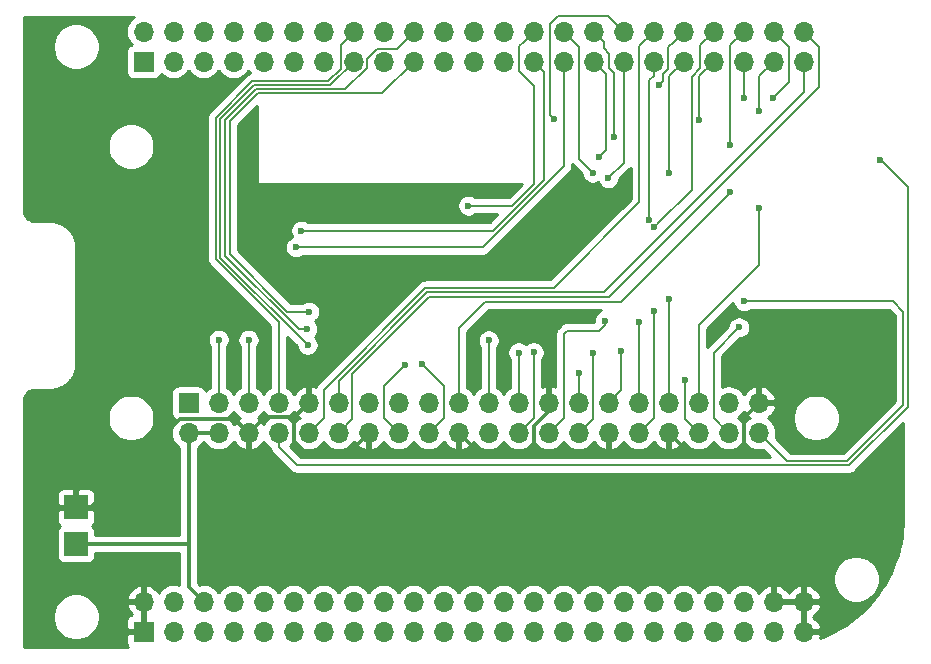
<source format=gbl>
%TF.GenerationSoftware,KiCad,Pcbnew,5.1.4-e60b266~84~ubuntu18.04.1*%
%TF.CreationDate,2019-12-31T08:18:33+01:00*%
%TF.ProjectId,clock-dashboard,636c6f63-6b2d-4646-9173-68626f617264,rev?*%
%TF.SameCoordinates,Original*%
%TF.FileFunction,Copper,L2,Bot*%
%TF.FilePolarity,Positive*%
%FSLAX46Y46*%
G04 Gerber Fmt 4.6, Leading zero omitted, Abs format (unit mm)*
G04 Created by KiCad (PCBNEW 5.1.4-e60b266~84~ubuntu18.04.1) date 2019-12-31 08:18:33*
%MOMM*%
%LPD*%
G04 APERTURE LIST*
%ADD10R,2.000000X2.000000*%
%ADD11R,1.700000X1.700000*%
%ADD12O,1.700000X1.700000*%
%ADD13C,0.600000*%
%ADD14C,0.200000*%
%ADD15C,0.300000*%
%ADD16C,0.250000*%
%ADD17C,0.254000*%
G04 APERTURE END LIST*
D10*
X122720000Y-102080000D03*
X122720000Y-105170000D03*
D11*
X132260000Y-93230000D03*
D12*
X132260000Y-95770000D03*
X134800000Y-93230000D03*
X134800000Y-95770000D03*
X137340000Y-93230000D03*
X137340000Y-95770000D03*
X139880000Y-93230000D03*
X139880000Y-95770000D03*
X142420000Y-93230000D03*
X142420000Y-95770000D03*
X144960000Y-93230000D03*
X144960000Y-95770000D03*
X147500000Y-93230000D03*
X147500000Y-95770000D03*
X150040000Y-93230000D03*
X150040000Y-95770000D03*
X152580000Y-93230000D03*
X152580000Y-95770000D03*
X155120000Y-93230000D03*
X155120000Y-95770000D03*
X157660000Y-93230000D03*
X157660000Y-95770000D03*
X160200000Y-93230000D03*
X160200000Y-95770000D03*
X162740000Y-93230000D03*
X162740000Y-95770000D03*
X165280000Y-93230000D03*
X165280000Y-95770000D03*
X167820000Y-93230000D03*
X167820000Y-95770000D03*
X170360000Y-93230000D03*
X170360000Y-95770000D03*
X172900000Y-93230000D03*
X172900000Y-95770000D03*
X175440000Y-93230000D03*
X175440000Y-95770000D03*
X177980000Y-93230000D03*
X177980000Y-95770000D03*
X180520000Y-93230000D03*
X180520000Y-95770000D03*
X184330000Y-61790000D03*
X184330000Y-64330000D03*
X181790000Y-61790000D03*
X181790000Y-64330000D03*
X179250000Y-61790000D03*
X179250000Y-64330000D03*
X176710000Y-61790000D03*
X176710000Y-64330000D03*
X174170000Y-61790000D03*
X174170000Y-64330000D03*
X171630000Y-61790000D03*
X171630000Y-64330000D03*
X169090000Y-61790000D03*
X169090000Y-64330000D03*
X166550000Y-61790000D03*
X166550000Y-64330000D03*
X164010000Y-61790000D03*
X164010000Y-64330000D03*
X161470000Y-61790000D03*
X161470000Y-64330000D03*
X158930000Y-61790000D03*
X158930000Y-64330000D03*
X156390000Y-61790000D03*
X156390000Y-64330000D03*
X153850000Y-61790000D03*
X153850000Y-64330000D03*
X151310000Y-61790000D03*
X151310000Y-64330000D03*
X148770000Y-61790000D03*
X148770000Y-64330000D03*
X146230000Y-61790000D03*
X146230000Y-64330000D03*
X143690000Y-61790000D03*
X143690000Y-64330000D03*
X141150000Y-61790000D03*
X141150000Y-64330000D03*
X138610000Y-61790000D03*
X138610000Y-64330000D03*
X136070000Y-61790000D03*
X136070000Y-64330000D03*
X133530000Y-61790000D03*
X133530000Y-64330000D03*
X130990000Y-61790000D03*
X130990000Y-64330000D03*
X128450000Y-61790000D03*
D11*
X128450000Y-64330000D03*
X128450000Y-112590000D03*
D12*
X128450000Y-110050000D03*
X130990000Y-112590000D03*
X130990000Y-110050000D03*
X133530000Y-112590000D03*
X133530000Y-110050000D03*
X136070000Y-112590000D03*
X136070000Y-110050000D03*
X138610000Y-112590000D03*
X138610000Y-110050000D03*
X141150000Y-112590000D03*
X141150000Y-110050000D03*
X143690000Y-112590000D03*
X143690000Y-110050000D03*
X146230000Y-112590000D03*
X146230000Y-110050000D03*
X148770000Y-112590000D03*
X148770000Y-110050000D03*
X151310000Y-112590000D03*
X151310000Y-110050000D03*
X153850000Y-112590000D03*
X153850000Y-110050000D03*
X156390000Y-112590000D03*
X156390000Y-110050000D03*
X158930000Y-112590000D03*
X158930000Y-110050000D03*
X161470000Y-112590000D03*
X161470000Y-110050000D03*
X164010000Y-112590000D03*
X164010000Y-110050000D03*
X166550000Y-112590000D03*
X166550000Y-110050000D03*
X169090000Y-112590000D03*
X169090000Y-110050000D03*
X171630000Y-112590000D03*
X171630000Y-110050000D03*
X174170000Y-112590000D03*
X174170000Y-110050000D03*
X176710000Y-112590000D03*
X176710000Y-110050000D03*
X179250000Y-112590000D03*
X179250000Y-110050000D03*
X181790000Y-112590000D03*
X181790000Y-110050000D03*
X184330000Y-112590000D03*
X184330000Y-110050000D03*
D13*
X181711792Y-67435548D03*
X178860000Y-86840000D03*
X180590000Y-76720000D03*
X180590000Y-68550000D03*
X178130000Y-71430000D03*
X178130000Y-75410000D03*
X179290000Y-84620000D03*
X179290000Y-67410000D03*
X171660000Y-85480000D03*
X171650000Y-78370000D03*
X175450000Y-69310000D03*
X160190000Y-88960008D03*
X172120000Y-66280000D03*
X190815000Y-72635000D03*
X172900000Y-84450000D03*
X172920000Y-73750000D03*
X170360000Y-86390000D03*
X171264904Y-77724846D03*
X163210000Y-69220000D03*
X168880000Y-88820000D03*
X167480000Y-86290000D03*
X167800000Y-74190000D03*
X157660000Y-87930000D03*
X168280000Y-70750000D03*
X167030000Y-72400000D03*
X161470000Y-88940000D03*
X166470000Y-88980000D03*
X166470000Y-73720000D03*
X137330000Y-87880000D03*
X141340000Y-80050000D03*
X155940000Y-76530000D03*
X165300000Y-90660000D03*
X134800000Y-87870000D03*
X141810000Y-78640000D03*
X150565000Y-89975000D03*
X142280004Y-86980000D03*
X152050000Y-89960000D03*
X142470007Y-85491080D03*
X142340000Y-88309996D03*
X174250000Y-91300000D03*
D14*
X185179999Y-62639999D02*
X184330000Y-61790000D01*
X185630000Y-63090000D02*
X185179999Y-62639999D01*
X146110001Y-94619999D02*
X146110001Y-90739999D01*
X144960000Y-95770000D02*
X146110001Y-94619999D01*
X146110001Y-90739999D02*
X152589990Y-84260010D01*
X152589990Y-84260010D02*
X167869990Y-84260010D01*
X167869990Y-84260010D02*
X185630000Y-66500000D01*
X185630000Y-66500000D02*
X185630000Y-63090000D01*
X184330000Y-65532081D02*
X184330000Y-64330000D01*
X184330000Y-66920000D02*
X184330000Y-65532081D01*
X167390000Y-83860000D02*
X184330000Y-66920000D01*
X152480000Y-83860000D02*
X167390000Y-83860000D01*
X144960000Y-93230000D02*
X144960000Y-91380000D01*
X144960000Y-91380000D02*
X152480000Y-83860000D01*
X181790000Y-61790000D02*
X183080000Y-63080000D01*
X182011791Y-67135549D02*
X181711792Y-67435548D01*
X183080000Y-66067340D02*
X182011791Y-67135549D01*
X183080000Y-63080000D02*
X183080000Y-66067340D01*
X176720000Y-94530000D02*
X176720000Y-88980000D01*
X176720000Y-88980000D02*
X178860000Y-86840000D01*
X177980000Y-95770000D02*
X177960000Y-95770000D01*
X177960000Y-95770000D02*
X176720000Y-94530000D01*
X180590000Y-76720000D02*
X180590000Y-76720000D01*
X180590000Y-65530000D02*
X180590000Y-68550000D01*
X181790000Y-64330000D02*
X180590000Y-65530000D01*
X180590000Y-81520000D02*
X180590000Y-76720000D01*
X175440000Y-93230000D02*
X175440000Y-86670000D01*
X175440000Y-86670000D02*
X180590000Y-81520000D01*
X178130000Y-71005736D02*
X178130000Y-71430000D01*
X179250000Y-61790000D02*
X178130000Y-62910000D01*
X178130000Y-62910000D02*
X178130000Y-71005736D01*
X168879979Y-84660021D02*
X177830001Y-75709999D01*
X157349979Y-84660021D02*
X168879979Y-84660021D01*
X177830001Y-75709999D02*
X178130000Y-75410000D01*
X155120000Y-93230000D02*
X155120000Y-86890000D01*
X155120000Y-86890000D02*
X157349979Y-84660021D01*
X179290000Y-84620000D02*
X179290000Y-84620000D01*
X179290000Y-64370000D02*
X179250000Y-64330000D01*
X179290000Y-67410000D02*
X179290000Y-64370000D01*
X192783779Y-93386221D02*
X192783779Y-85513779D01*
X188000000Y-98170000D02*
X192783779Y-93386221D01*
X182920000Y-98170000D02*
X188000000Y-98170000D01*
X180520000Y-95770000D02*
X182920000Y-98170000D01*
X179714264Y-84620000D02*
X179290000Y-84620000D01*
X191890000Y-84620000D02*
X179714264Y-84620000D01*
X192783779Y-85513779D02*
X191890000Y-84620000D01*
X170360000Y-95770000D02*
X171660000Y-94470000D01*
X171660000Y-94470000D02*
X171660000Y-93830000D01*
X171660000Y-93830000D02*
X171660000Y-85480000D01*
X171660000Y-85480000D02*
X171660000Y-85480000D01*
X176710000Y-61790000D02*
X175559999Y-62940001D01*
X175559999Y-62940001D02*
X175559999Y-64882001D01*
X175559999Y-64882001D02*
X174849999Y-65592001D01*
X174849999Y-75170001D02*
X171949999Y-78070001D01*
X171949999Y-78070001D02*
X171650000Y-78370000D01*
X174849999Y-65592001D02*
X174849999Y-75170001D01*
X175450000Y-65590000D02*
X176710000Y-64330000D01*
X175450000Y-69310000D02*
X175450000Y-65590000D01*
X160200000Y-93230000D02*
X160200000Y-88970008D01*
X160200000Y-88970008D02*
X160190000Y-88960008D01*
X172880000Y-64930000D02*
X172880000Y-63080000D01*
X173320001Y-62639999D02*
X174170000Y-61790000D01*
X172880000Y-63080000D02*
X173320001Y-62639999D01*
X172419999Y-65390001D02*
X172880000Y-64930000D01*
X172120000Y-66280000D02*
X172419999Y-65980001D01*
X172419999Y-65980001D02*
X172419999Y-65390001D01*
X141427929Y-98520010D02*
X188144980Y-98520010D01*
X193133790Y-74953790D02*
X191114999Y-72934999D01*
X191114999Y-72934999D02*
X190815000Y-72635000D01*
X193133790Y-93531200D02*
X193133790Y-74953790D01*
X188144980Y-98520010D02*
X193133790Y-93531200D01*
X139880000Y-96972081D02*
X141427929Y-98520010D01*
X139880000Y-95770000D02*
X139880000Y-96972081D01*
X172900000Y-93230000D02*
X172900000Y-84450000D01*
X172900000Y-84450000D02*
X172900000Y-84450000D01*
X172920000Y-65580000D02*
X174170000Y-64330000D01*
X172920000Y-73750000D02*
X172920000Y-65580000D01*
X143700000Y-94490000D02*
X143700000Y-92110000D01*
X142420000Y-95770000D02*
X143700000Y-94490000D01*
X143700000Y-92110000D02*
X152300000Y-83510000D01*
X152300000Y-83510000D02*
X163160000Y-83510000D01*
X163160000Y-83510000D02*
X170420000Y-76250000D01*
X170420000Y-63000000D02*
X171630000Y-61790000D01*
X170420000Y-76250000D02*
X170420000Y-63000000D01*
X170360000Y-93230000D02*
X170360000Y-86390000D01*
X170360000Y-86390000D02*
X170360000Y-86390000D01*
X171264904Y-65897177D02*
X171264904Y-77300582D01*
X171630000Y-64330000D02*
X171630000Y-65532081D01*
X171630000Y-65532081D02*
X171264904Y-65897177D01*
X171264904Y-77300582D02*
X171264904Y-77724846D01*
X162880001Y-68890001D02*
X162910001Y-68920001D01*
X167800000Y-60500000D02*
X163550000Y-60500000D01*
X163550000Y-60500000D02*
X162880001Y-61169999D01*
X162880001Y-61169999D02*
X162880001Y-68890001D01*
X169090000Y-61790000D02*
X167800000Y-60500000D01*
X162910001Y-68920001D02*
X163210000Y-69220000D01*
X168880000Y-92170000D02*
X167820000Y-93230000D01*
X168880000Y-88820000D02*
X168880000Y-92170000D01*
X162740000Y-95770000D02*
X164020000Y-94490000D01*
X164020000Y-94490000D02*
X164020000Y-89900000D01*
X164020000Y-89900000D02*
X164020000Y-89900000D01*
X164020000Y-89900000D02*
X164020000Y-87410000D01*
X164020000Y-87410000D02*
X164330000Y-87100000D01*
X164330000Y-87100000D02*
X167030000Y-87100000D01*
X167030000Y-87100000D02*
X167480000Y-86650000D01*
X167480000Y-86650000D02*
X167480000Y-86290000D01*
X167480000Y-86290000D02*
X167480000Y-86290000D01*
X169090000Y-72900000D02*
X169090000Y-64330000D01*
X167800000Y-74190000D02*
X169090000Y-72900000D01*
X157660000Y-93230000D02*
X157660000Y-87930000D01*
X157660000Y-87930000D02*
X157660000Y-87930000D01*
X167399999Y-62639999D02*
X166550000Y-61790000D01*
X168290000Y-70740000D02*
X168290000Y-65290000D01*
X168280000Y-70750000D02*
X168290000Y-70740000D01*
X167890000Y-64890000D02*
X167890000Y-63650000D01*
X167890000Y-63650000D02*
X167399999Y-63159999D01*
X168290000Y-65290000D02*
X167890000Y-64890000D01*
X167399999Y-63159999D02*
X167399999Y-62639999D01*
X167588901Y-65368901D02*
X167399999Y-65179999D01*
X167588901Y-71841099D02*
X167588901Y-65368901D01*
X167399999Y-65179999D02*
X166550000Y-64330000D01*
X167030000Y-72400000D02*
X167588901Y-71841099D01*
X161470000Y-94500000D02*
X161470000Y-89364264D01*
X160200000Y-95770000D02*
X161470000Y-94500000D01*
X161470000Y-89364264D02*
X161470000Y-88940000D01*
X165280000Y-95770000D02*
X166470000Y-94580000D01*
X166470000Y-94580000D02*
X166470000Y-88980000D01*
X166470000Y-88980000D02*
X166470000Y-88980000D01*
X164859999Y-62639999D02*
X164010000Y-61790000D01*
X165290000Y-63070000D02*
X164859999Y-62639999D01*
X166470000Y-73720000D02*
X165290000Y-72540000D01*
X165290000Y-72540000D02*
X165290000Y-63070000D01*
X137340000Y-92027919D02*
X137330000Y-92017919D01*
X137340000Y-93230000D02*
X137340000Y-92027919D01*
X137330000Y-92017919D02*
X137330000Y-87880000D01*
X137330000Y-87880000D02*
X137330000Y-87880000D01*
X164010000Y-65532081D02*
X164010000Y-64330000D01*
X164010000Y-73183550D02*
X164010000Y-65532081D01*
X141340000Y-80050000D02*
X157143550Y-80050000D01*
X157143550Y-80050000D02*
X164010000Y-73183550D01*
X159673570Y-76530000D02*
X161510010Y-74693560D01*
X155940000Y-76530000D02*
X159673570Y-76530000D01*
X160620001Y-62639999D02*
X161470000Y-61790000D01*
X161510010Y-74693560D02*
X161510010Y-66410010D01*
X160220000Y-65120000D02*
X160220000Y-63040000D01*
X161510010Y-66410010D02*
X160220000Y-65120000D01*
X160220000Y-63040000D02*
X160620001Y-62639999D01*
X165280000Y-93230000D02*
X165280000Y-90680000D01*
X165280000Y-90680000D02*
X165300000Y-90660000D01*
X134800000Y-93230000D02*
X134800000Y-87870000D01*
X134800000Y-87870000D02*
X134800000Y-87870000D01*
X161470000Y-64330000D02*
X162319999Y-65179999D01*
X158058560Y-78640000D02*
X142234264Y-78640000D01*
X162319999Y-74378561D02*
X158058560Y-78640000D01*
X162319999Y-65179999D02*
X162319999Y-74378561D01*
X142234264Y-78640000D02*
X141810000Y-78640000D01*
X150565000Y-89975000D02*
X150580000Y-89960000D01*
X148770000Y-91770000D02*
X150565000Y-89975000D01*
X150040000Y-95770000D02*
X148770000Y-94500000D01*
X148770000Y-94500000D02*
X148770000Y-91770000D01*
X141570000Y-86970000D02*
X142270004Y-86970000D01*
X142270004Y-86970000D02*
X142280004Y-86980000D01*
X135360000Y-69271440D02*
X135360000Y-80760000D01*
X137961460Y-66669980D02*
X135360000Y-69271440D01*
X135360000Y-80760000D02*
X141570000Y-86970000D01*
X149870001Y-63229999D02*
X148241999Y-63229999D01*
X151310000Y-61790000D02*
X149870001Y-63229999D01*
X145518023Y-66669979D02*
X137961460Y-66669980D01*
X148241999Y-63229999D02*
X147330001Y-64141997D01*
X147330001Y-64141997D02*
X147330001Y-64858001D01*
X147330001Y-64858001D02*
X145518023Y-66669979D01*
X152050000Y-89960000D02*
X152050000Y-89960000D01*
X153870000Y-91780000D02*
X152050000Y-89960000D01*
X152580000Y-95770000D02*
X153870000Y-94480000D01*
X153870000Y-94480000D02*
X153870000Y-91780000D01*
X142461087Y-85500000D02*
X142470007Y-85491080D01*
X151310000Y-64330000D02*
X148620010Y-67019990D01*
X135740000Y-69386430D02*
X135740000Y-80620000D01*
X148620010Y-67019990D02*
X138106440Y-67019990D01*
X138106440Y-67019990D02*
X135740000Y-69386430D01*
X140620000Y-85500000D02*
X142461087Y-85500000D01*
X135740000Y-80620000D02*
X140620000Y-85500000D01*
X145380001Y-62639999D02*
X146230000Y-61790000D01*
X144082603Y-65969959D02*
X145129999Y-64922563D01*
X137671501Y-65969959D02*
X144082603Y-65969959D01*
X145129999Y-62890001D02*
X145380001Y-62639999D01*
X139880000Y-86380000D02*
X134568901Y-81068901D01*
X139880000Y-93230000D02*
X139880000Y-86380000D01*
X134568901Y-81068901D02*
X134568901Y-69071099D01*
X137651460Y-65990000D02*
X137671501Y-65969959D01*
X134568901Y-69071099D02*
X137650000Y-65990000D01*
X145129999Y-64922563D02*
X145129999Y-62890001D01*
X137650000Y-65990000D02*
X137651460Y-65990000D01*
X144240030Y-66319970D02*
X137816480Y-66319970D01*
X137816480Y-66319970D02*
X134950000Y-69186450D01*
X134950000Y-69186450D02*
X134950000Y-80919996D01*
X134950000Y-80919996D02*
X142040001Y-88009997D01*
X142040001Y-88009997D02*
X142340000Y-88309996D01*
X146230000Y-64330000D02*
X144240030Y-66319970D01*
X175440000Y-95770000D02*
X174250000Y-94580000D01*
X174250000Y-91724264D02*
X174250000Y-91300000D01*
X174250000Y-94580000D02*
X174250000Y-91724264D01*
D15*
X162740000Y-93230000D02*
X162740000Y-93930000D01*
X161410000Y-97340000D02*
X156690000Y-97340000D01*
X156690000Y-97340000D02*
X155969999Y-96619999D01*
X161460000Y-97290000D02*
X161410000Y-97340000D01*
X161460000Y-95210000D02*
X161460000Y-97290000D01*
X155969999Y-96619999D02*
X155120000Y-95770000D01*
X162740000Y-93930000D02*
X161460000Y-95210000D01*
X138189999Y-94920001D02*
X137340000Y-95770000D01*
X141219999Y-94430001D02*
X138679999Y-94430001D01*
X138679999Y-94430001D02*
X138189999Y-94920001D01*
X131530001Y-94569999D02*
X124020000Y-102080000D01*
X124020000Y-102080000D02*
X122720000Y-102080000D01*
X136139999Y-94569999D02*
X131530001Y-94569999D01*
X137340000Y-95770000D02*
X136139999Y-94569999D01*
X180520000Y-93230000D02*
X179260000Y-94490000D01*
X179260000Y-94490000D02*
X179260000Y-97340002D01*
X174470002Y-97340002D02*
X172900000Y-95770000D01*
X179260000Y-97340002D02*
X174470002Y-97340002D01*
X142420000Y-93230000D02*
X141219999Y-94430001D01*
X142230000Y-97560000D02*
X145710000Y-97560000D01*
X141140000Y-96470000D02*
X142230000Y-97560000D01*
X141140000Y-94510000D02*
X141140000Y-96470000D01*
X141219999Y-94430001D02*
X141140000Y-94510000D01*
X146650001Y-96619999D02*
X147500000Y-95770000D01*
X145710000Y-97560000D02*
X146650001Y-96619999D01*
X132260000Y-108780000D02*
X133530000Y-110050000D01*
X132260000Y-95770000D02*
X134800000Y-95770000D01*
D16*
X132190000Y-105170000D02*
X132260000Y-105240000D01*
D15*
X122720000Y-105170000D02*
X132190000Y-105170000D01*
X132260000Y-95770000D02*
X132260000Y-105240000D01*
X132260000Y-105240000D02*
X132260000Y-108780000D01*
D17*
G36*
X127620986Y-60549294D02*
G01*
X127394866Y-60734866D01*
X127209294Y-60960986D01*
X127071401Y-61218966D01*
X126986487Y-61498889D01*
X126957815Y-61790000D01*
X126986487Y-62081111D01*
X127071401Y-62361034D01*
X127209294Y-62619014D01*
X127394866Y-62845134D01*
X127424687Y-62869607D01*
X127355820Y-62890498D01*
X127245506Y-62949463D01*
X127148815Y-63028815D01*
X127069463Y-63125506D01*
X127010498Y-63235820D01*
X126974188Y-63355518D01*
X126961928Y-63480000D01*
X126961928Y-65180000D01*
X126974188Y-65304482D01*
X127010498Y-65424180D01*
X127069463Y-65534494D01*
X127148815Y-65631185D01*
X127245506Y-65710537D01*
X127355820Y-65769502D01*
X127475518Y-65805812D01*
X127600000Y-65818072D01*
X129300000Y-65818072D01*
X129424482Y-65805812D01*
X129544180Y-65769502D01*
X129654494Y-65710537D01*
X129751185Y-65631185D01*
X129830537Y-65534494D01*
X129889502Y-65424180D01*
X129910393Y-65355313D01*
X129934866Y-65385134D01*
X130160986Y-65570706D01*
X130418966Y-65708599D01*
X130698889Y-65793513D01*
X130917050Y-65815000D01*
X131062950Y-65815000D01*
X131281111Y-65793513D01*
X131561034Y-65708599D01*
X131819014Y-65570706D01*
X132045134Y-65385134D01*
X132230706Y-65159014D01*
X132260000Y-65104209D01*
X132289294Y-65159014D01*
X132474866Y-65385134D01*
X132700986Y-65570706D01*
X132958966Y-65708599D01*
X133238889Y-65793513D01*
X133457050Y-65815000D01*
X133602950Y-65815000D01*
X133821111Y-65793513D01*
X134101034Y-65708599D01*
X134359014Y-65570706D01*
X134585134Y-65385134D01*
X134770706Y-65159014D01*
X134800000Y-65104209D01*
X134829294Y-65159014D01*
X135014866Y-65385134D01*
X135240986Y-65570706D01*
X135498966Y-65708599D01*
X135778889Y-65793513D01*
X135997050Y-65815000D01*
X136142950Y-65815000D01*
X136361111Y-65793513D01*
X136641034Y-65708599D01*
X136899014Y-65570706D01*
X137125134Y-65385134D01*
X137310706Y-65159014D01*
X137340000Y-65104209D01*
X137369294Y-65159014D01*
X137457703Y-65266741D01*
X137388868Y-65287622D01*
X137261181Y-65355872D01*
X137149263Y-65447721D01*
X137143241Y-65455058D01*
X137127762Y-65467762D01*
X137104746Y-65495807D01*
X134074709Y-68525845D01*
X134046664Y-68548861D01*
X133954815Y-68660779D01*
X133886565Y-68788466D01*
X133844536Y-68927014D01*
X133830345Y-69071099D01*
X133833902Y-69107214D01*
X133833901Y-81032796D01*
X133830345Y-81068901D01*
X133833901Y-81105005D01*
X133844536Y-81212985D01*
X133886564Y-81351533D01*
X133954814Y-81479220D01*
X134046663Y-81591138D01*
X134074709Y-81614155D01*
X139145001Y-86684448D01*
X139145000Y-91939042D01*
X139050986Y-91989294D01*
X138824866Y-92174866D01*
X138639294Y-92400986D01*
X138610000Y-92455791D01*
X138580706Y-92400986D01*
X138395134Y-92174866D01*
X138169014Y-91989294D01*
X138069514Y-91936110D01*
X138065000Y-91890281D01*
X138065000Y-88462951D01*
X138158586Y-88322889D01*
X138229068Y-88152729D01*
X138265000Y-87972089D01*
X138265000Y-87787911D01*
X138229068Y-87607271D01*
X138158586Y-87437111D01*
X138056262Y-87283972D01*
X137926028Y-87153738D01*
X137772889Y-87051414D01*
X137602729Y-86980932D01*
X137422089Y-86945000D01*
X137237911Y-86945000D01*
X137057271Y-86980932D01*
X136887111Y-87051414D01*
X136733972Y-87153738D01*
X136603738Y-87283972D01*
X136501414Y-87437111D01*
X136430932Y-87607271D01*
X136395000Y-87787911D01*
X136395000Y-87972089D01*
X136430932Y-88152729D01*
X136501414Y-88322889D01*
X136595001Y-88462952D01*
X136595000Y-91944388D01*
X136510986Y-91989294D01*
X136284866Y-92174866D01*
X136099294Y-92400986D01*
X136070000Y-92455791D01*
X136040706Y-92400986D01*
X135855134Y-92174866D01*
X135629014Y-91989294D01*
X135535000Y-91939043D01*
X135535000Y-88452951D01*
X135628586Y-88312889D01*
X135699068Y-88142729D01*
X135735000Y-87962089D01*
X135735000Y-87777911D01*
X135699068Y-87597271D01*
X135628586Y-87427111D01*
X135526262Y-87273972D01*
X135396028Y-87143738D01*
X135242889Y-87041414D01*
X135072729Y-86970932D01*
X134892089Y-86935000D01*
X134707911Y-86935000D01*
X134527271Y-86970932D01*
X134357111Y-87041414D01*
X134203972Y-87143738D01*
X134073738Y-87273972D01*
X133971414Y-87427111D01*
X133900932Y-87597271D01*
X133865000Y-87777911D01*
X133865000Y-87962089D01*
X133900932Y-88142729D01*
X133971414Y-88312889D01*
X134065001Y-88452952D01*
X134065000Y-91939042D01*
X133970986Y-91989294D01*
X133744866Y-92174866D01*
X133720393Y-92204687D01*
X133699502Y-92135820D01*
X133640537Y-92025506D01*
X133561185Y-91928815D01*
X133464494Y-91849463D01*
X133354180Y-91790498D01*
X133234482Y-91754188D01*
X133110000Y-91741928D01*
X131410000Y-91741928D01*
X131285518Y-91754188D01*
X131165820Y-91790498D01*
X131055506Y-91849463D01*
X130958815Y-91928815D01*
X130879463Y-92025506D01*
X130820498Y-92135820D01*
X130784188Y-92255518D01*
X130771928Y-92380000D01*
X130771928Y-94080000D01*
X130784188Y-94204482D01*
X130820498Y-94324180D01*
X130879463Y-94434494D01*
X130958815Y-94531185D01*
X131055506Y-94610537D01*
X131165820Y-94669502D01*
X131234687Y-94690393D01*
X131204866Y-94714866D01*
X131019294Y-94940986D01*
X130881401Y-95198966D01*
X130796487Y-95478889D01*
X130767815Y-95770000D01*
X130796487Y-96061111D01*
X130881401Y-96341034D01*
X131019294Y-96599014D01*
X131204866Y-96825134D01*
X131430986Y-97010706D01*
X131475000Y-97034232D01*
X131475001Y-104385000D01*
X124358072Y-104385000D01*
X124358072Y-104170000D01*
X124345812Y-104045518D01*
X124309502Y-103925820D01*
X124250537Y-103815506D01*
X124171185Y-103718815D01*
X124074494Y-103639463D01*
X124047436Y-103625000D01*
X124074494Y-103610537D01*
X124171185Y-103531185D01*
X124250537Y-103434494D01*
X124309502Y-103324180D01*
X124345812Y-103204482D01*
X124358072Y-103080000D01*
X124355000Y-102365750D01*
X124196250Y-102207000D01*
X122847000Y-102207000D01*
X122847000Y-102227000D01*
X122593000Y-102227000D01*
X122593000Y-102207000D01*
X121243750Y-102207000D01*
X121085000Y-102365750D01*
X121081928Y-103080000D01*
X121094188Y-103204482D01*
X121130498Y-103324180D01*
X121189463Y-103434494D01*
X121268815Y-103531185D01*
X121365506Y-103610537D01*
X121392564Y-103625000D01*
X121365506Y-103639463D01*
X121268815Y-103718815D01*
X121189463Y-103815506D01*
X121130498Y-103925820D01*
X121094188Y-104045518D01*
X121081928Y-104170000D01*
X121081928Y-106170000D01*
X121094188Y-106294482D01*
X121130498Y-106414180D01*
X121189463Y-106524494D01*
X121268815Y-106621185D01*
X121365506Y-106700537D01*
X121475820Y-106759502D01*
X121595518Y-106795812D01*
X121720000Y-106808072D01*
X123720000Y-106808072D01*
X123844482Y-106795812D01*
X123964180Y-106759502D01*
X124074494Y-106700537D01*
X124171185Y-106621185D01*
X124250537Y-106524494D01*
X124309502Y-106414180D01*
X124345812Y-106294482D01*
X124358072Y-106170000D01*
X124358072Y-105955000D01*
X131475000Y-105955000D01*
X131475001Y-108645303D01*
X131281111Y-108586487D01*
X131062950Y-108565000D01*
X130917050Y-108565000D01*
X130698889Y-108586487D01*
X130418966Y-108671401D01*
X130160986Y-108809294D01*
X129934866Y-108994866D01*
X129749294Y-109220986D01*
X129714799Y-109285523D01*
X129645178Y-109168645D01*
X129450269Y-108952412D01*
X129216920Y-108778359D01*
X128954099Y-108653175D01*
X128806890Y-108608524D01*
X128577000Y-108729845D01*
X128577000Y-109923000D01*
X128597000Y-109923000D01*
X128597000Y-110177000D01*
X128577000Y-110177000D01*
X128577000Y-112463000D01*
X128597000Y-112463000D01*
X128597000Y-112717000D01*
X128577000Y-112717000D01*
X128577000Y-112737000D01*
X128323000Y-112737000D01*
X128323000Y-112717000D01*
X127123750Y-112717000D01*
X126965000Y-112875750D01*
X126961928Y-113440000D01*
X126974188Y-113564482D01*
X127010498Y-113684180D01*
X127069463Y-113794494D01*
X127126946Y-113864537D01*
X118293498Y-113864537D01*
X118293498Y-111144495D01*
X120745000Y-111144495D01*
X120745000Y-111535505D01*
X120821282Y-111919003D01*
X120970915Y-112280250D01*
X121188149Y-112605364D01*
X121464636Y-112881851D01*
X121789750Y-113099085D01*
X122150997Y-113248718D01*
X122534495Y-113325000D01*
X122925505Y-113325000D01*
X123309003Y-113248718D01*
X123670250Y-113099085D01*
X123995364Y-112881851D01*
X124271851Y-112605364D01*
X124489085Y-112280250D01*
X124638718Y-111919003D01*
X124674323Y-111740000D01*
X126961928Y-111740000D01*
X126965000Y-112304250D01*
X127123750Y-112463000D01*
X128323000Y-112463000D01*
X128323000Y-110177000D01*
X127129186Y-110177000D01*
X127008519Y-110406891D01*
X127105843Y-110681252D01*
X127254822Y-110931355D01*
X127431626Y-111127502D01*
X127355820Y-111150498D01*
X127245506Y-111209463D01*
X127148815Y-111288815D01*
X127069463Y-111385506D01*
X127010498Y-111495820D01*
X126974188Y-111615518D01*
X126961928Y-111740000D01*
X124674323Y-111740000D01*
X124715000Y-111535505D01*
X124715000Y-111144495D01*
X124638718Y-110760997D01*
X124489085Y-110399750D01*
X124271851Y-110074636D01*
X123995364Y-109798149D01*
X123838161Y-109693109D01*
X127008519Y-109693109D01*
X127129186Y-109923000D01*
X128323000Y-109923000D01*
X128323000Y-108729845D01*
X128093110Y-108608524D01*
X127945901Y-108653175D01*
X127683080Y-108778359D01*
X127449731Y-108952412D01*
X127254822Y-109168645D01*
X127105843Y-109418748D01*
X127008519Y-109693109D01*
X123838161Y-109693109D01*
X123670250Y-109580915D01*
X123309003Y-109431282D01*
X122925505Y-109355000D01*
X122534495Y-109355000D01*
X122150997Y-109431282D01*
X121789750Y-109580915D01*
X121464636Y-109798149D01*
X121188149Y-110074636D01*
X120970915Y-110399750D01*
X120821282Y-110760997D01*
X120745000Y-111144495D01*
X118293498Y-111144495D01*
X118293498Y-101080000D01*
X121081928Y-101080000D01*
X121085000Y-101794250D01*
X121243750Y-101953000D01*
X122593000Y-101953000D01*
X122593000Y-100603750D01*
X122847000Y-100603750D01*
X122847000Y-101953000D01*
X124196250Y-101953000D01*
X124355000Y-101794250D01*
X124358072Y-101080000D01*
X124345812Y-100955518D01*
X124309502Y-100835820D01*
X124250537Y-100725506D01*
X124171185Y-100628815D01*
X124074494Y-100549463D01*
X123964180Y-100490498D01*
X123844482Y-100454188D01*
X123720000Y-100441928D01*
X123005750Y-100445000D01*
X122847000Y-100603750D01*
X122593000Y-100603750D01*
X122434250Y-100445000D01*
X121720000Y-100441928D01*
X121595518Y-100454188D01*
X121475820Y-100490498D01*
X121365506Y-100549463D01*
X121268815Y-100628815D01*
X121189463Y-100725506D01*
X121130498Y-100835820D01*
X121094188Y-100955518D01*
X121081928Y-101080000D01*
X118293498Y-101080000D01*
X118293498Y-94304495D01*
X125395000Y-94304495D01*
X125395000Y-94695505D01*
X125471282Y-95079003D01*
X125620915Y-95440250D01*
X125838149Y-95765364D01*
X126114636Y-96041851D01*
X126439750Y-96259085D01*
X126800997Y-96408718D01*
X127184495Y-96485000D01*
X127575505Y-96485000D01*
X127959003Y-96408718D01*
X128320250Y-96259085D01*
X128645364Y-96041851D01*
X128921851Y-95765364D01*
X129139085Y-95440250D01*
X129288718Y-95079003D01*
X129365000Y-94695505D01*
X129365000Y-94304495D01*
X129288718Y-93920997D01*
X129139085Y-93559750D01*
X128921851Y-93234636D01*
X128645364Y-92958149D01*
X128320250Y-92740915D01*
X127959003Y-92591282D01*
X127575505Y-92515000D01*
X127184495Y-92515000D01*
X126800997Y-92591282D01*
X126439750Y-92740915D01*
X126114636Y-92958149D01*
X125838149Y-93234636D01*
X125620915Y-93559750D01*
X125471282Y-93920997D01*
X125395000Y-94304495D01*
X118293498Y-94304495D01*
X118293498Y-93091896D01*
X118303963Y-92947382D01*
X118326598Y-92820990D01*
X118361705Y-92719377D01*
X118422444Y-92602772D01*
X118493855Y-92493108D01*
X118574567Y-92399024D01*
X118658237Y-92323114D01*
X118767443Y-92255125D01*
X118890016Y-92191220D01*
X118993098Y-92155542D01*
X119112217Y-92133537D01*
X119262315Y-92122600D01*
X120503301Y-92122600D01*
X120525472Y-92123239D01*
X120534670Y-92122600D01*
X120543912Y-92122600D01*
X120566033Y-92120421D01*
X120707452Y-92110597D01*
X120712583Y-92111169D01*
X120770296Y-92106231D01*
X120796543Y-92104408D01*
X120801596Y-92103553D01*
X120806721Y-92103115D01*
X120832690Y-92098295D01*
X120889703Y-92088653D01*
X120894519Y-92086819D01*
X120993193Y-92068504D01*
X121009779Y-92067862D01*
X121055022Y-92057028D01*
X121069741Y-92054296D01*
X121085615Y-92049702D01*
X121101664Y-92045859D01*
X121115793Y-92040969D01*
X121160499Y-92028031D01*
X121175240Y-92020393D01*
X121270393Y-91987459D01*
X121275868Y-91986609D01*
X121329873Y-91966872D01*
X121354420Y-91958376D01*
X121359428Y-91956071D01*
X121364610Y-91954177D01*
X121388020Y-91942910D01*
X121440247Y-91918870D01*
X121444734Y-91915614D01*
X121533755Y-91872769D01*
X121545896Y-91869126D01*
X121590472Y-91845472D01*
X121607455Y-91837298D01*
X121618205Y-91830755D01*
X121629356Y-91824838D01*
X121645101Y-91814386D01*
X121688165Y-91788176D01*
X121697493Y-91779605D01*
X121789033Y-91718838D01*
X121796859Y-91715378D01*
X121841483Y-91684019D01*
X121860603Y-91671326D01*
X121867190Y-91665953D01*
X121874163Y-91661053D01*
X121891590Y-91646051D01*
X121933819Y-91611607D01*
X121939266Y-91605010D01*
X122018774Y-91536567D01*
X122032762Y-91527684D01*
X122066451Y-91495526D01*
X122077807Y-91485750D01*
X122089179Y-91473830D01*
X122101106Y-91462445D01*
X122110885Y-91451079D01*
X122143027Y-91417388D01*
X122151906Y-91403397D01*
X122216274Y-91328580D01*
X122218059Y-91327163D01*
X122257359Y-91280825D01*
X122276394Y-91258700D01*
X122277695Y-91256847D01*
X122279172Y-91255106D01*
X122295882Y-91230952D01*
X122330698Y-91181381D01*
X122331618Y-91179298D01*
X122390556Y-91094107D01*
X122403185Y-91080377D01*
X122426336Y-91042389D01*
X122433681Y-91031772D01*
X122442691Y-91015551D01*
X122452354Y-90999696D01*
X122457962Y-90988060D01*
X122479562Y-90949176D01*
X122485266Y-90931414D01*
X122532412Y-90833598D01*
X122537834Y-90825945D01*
X122559743Y-90776893D01*
X122569353Y-90756955D01*
X122572557Y-90748203D01*
X122576366Y-90739676D01*
X122583378Y-90718648D01*
X122601837Y-90668233D01*
X122603281Y-90658966D01*
X122637383Y-90556705D01*
X122643330Y-90545230D01*
X122657280Y-90497040D01*
X122663174Y-90479367D01*
X122666029Y-90466821D01*
X122669603Y-90454473D01*
X122673001Y-90436176D01*
X122684135Y-90387238D01*
X122684489Y-90374312D01*
X122702105Y-90279446D01*
X122703908Y-90274718D01*
X122713596Y-90217567D01*
X122718428Y-90191546D01*
X122718858Y-90186525D01*
X122719699Y-90181564D01*
X122721542Y-90155181D01*
X122726490Y-90097408D01*
X122725930Y-90092380D01*
X122735820Y-89950831D01*
X122738010Y-89928592D01*
X122738010Y-89919480D01*
X122738644Y-89910406D01*
X122738010Y-89888105D01*
X122738010Y-80063235D01*
X122738644Y-80040959D01*
X122738010Y-80031880D01*
X122738010Y-80022754D01*
X122735820Y-80000516D01*
X122725929Y-79858883D01*
X122726490Y-79853850D01*
X122721547Y-79796127D01*
X122719702Y-79769712D01*
X122718858Y-79764733D01*
X122718428Y-79759711D01*
X122713603Y-79733727D01*
X122703913Y-79676557D01*
X122702107Y-79671820D01*
X122684527Y-79577152D01*
X122684188Y-79564444D01*
X122673041Y-79515298D01*
X122669603Y-79496783D01*
X122666087Y-79484636D01*
X122663289Y-79472301D01*
X122657343Y-79454433D01*
X122643331Y-79406027D01*
X122637480Y-79394737D01*
X122603333Y-79292113D01*
X122601866Y-79282691D01*
X122583463Y-79232399D01*
X122576520Y-79211532D01*
X122572658Y-79202870D01*
X122569399Y-79193963D01*
X122559856Y-79174154D01*
X122538047Y-79125237D01*
X122532538Y-79117450D01*
X122485080Y-79018941D01*
X122479187Y-79000682D01*
X122457785Y-78962285D01*
X122452410Y-78951129D01*
X122442480Y-78934827D01*
X122433186Y-78918154D01*
X122426126Y-78907982D01*
X122403257Y-78870439D01*
X122390270Y-78856315D01*
X122331741Y-78771978D01*
X122331233Y-78770824D01*
X122295819Y-78720217D01*
X122278601Y-78695408D01*
X122277789Y-78694454D01*
X122277061Y-78693413D01*
X122257159Y-78670200D01*
X122217383Y-78623440D01*
X122216399Y-78622661D01*
X122151785Y-78547300D01*
X122142243Y-78532331D01*
X122110843Y-78499548D01*
X122101853Y-78489063D01*
X122089104Y-78476852D01*
X122076888Y-78464098D01*
X122066398Y-78455104D01*
X122033620Y-78423709D01*
X122018654Y-78414169D01*
X121939371Y-78346193D01*
X121934766Y-78340592D01*
X121891585Y-78305222D01*
X121873162Y-78289426D01*
X121867253Y-78285291D01*
X121861674Y-78280721D01*
X121841482Y-78267256D01*
X121795752Y-78235254D01*
X121789116Y-78232336D01*
X121697464Y-78171219D01*
X121687161Y-78161790D01*
X121645141Y-78136328D01*
X121630499Y-78126564D01*
X121618226Y-78120019D01*
X121606356Y-78112826D01*
X121590511Y-78105238D01*
X121547131Y-78082103D01*
X121533759Y-78078060D01*
X121444224Y-78035183D01*
X121440247Y-78032297D01*
X121387458Y-78007999D01*
X121363458Y-77996505D01*
X121358860Y-77994835D01*
X121354420Y-77992791D01*
X121329273Y-77984087D01*
X121274652Y-77964246D01*
X121269798Y-77963502D01*
X121175109Y-77930729D01*
X121160243Y-77923034D01*
X121115668Y-77910155D01*
X121101664Y-77905308D01*
X121085473Y-77901431D01*
X121069473Y-77896808D01*
X121054896Y-77894109D01*
X121009779Y-77883305D01*
X120993053Y-77882658D01*
X120895207Y-77864540D01*
X120891291Y-77863037D01*
X120833329Y-77853082D01*
X120806449Y-77848105D01*
X120802285Y-77847750D01*
X120798171Y-77847044D01*
X120770939Y-77845082D01*
X120712308Y-77840091D01*
X120708137Y-77840558D01*
X120566837Y-77830378D01*
X120543912Y-77828120D01*
X120535496Y-77828120D01*
X120527112Y-77827516D01*
X120504118Y-77828120D01*
X119262178Y-77828120D01*
X119123428Y-77818069D01*
X119003717Y-77791543D01*
X118879748Y-77748693D01*
X118758987Y-77690776D01*
X118658662Y-77628017D01*
X118574230Y-77551462D01*
X118493555Y-77457635D01*
X118422406Y-77348489D01*
X118361854Y-77232184D01*
X118326639Y-77129976D01*
X118304103Y-77004194D01*
X118293498Y-76852477D01*
X118293498Y-71314495D01*
X125395000Y-71314495D01*
X125395000Y-71705505D01*
X125471282Y-72089003D01*
X125620915Y-72450250D01*
X125838149Y-72775364D01*
X126114636Y-73051851D01*
X126439750Y-73269085D01*
X126800997Y-73418718D01*
X127184495Y-73495000D01*
X127575505Y-73495000D01*
X127959003Y-73418718D01*
X128320250Y-73269085D01*
X128645364Y-73051851D01*
X128921851Y-72775364D01*
X129139085Y-72450250D01*
X129288718Y-72089003D01*
X129365000Y-71705505D01*
X129365000Y-71314495D01*
X129288718Y-70930997D01*
X129139085Y-70569750D01*
X128921851Y-70244636D01*
X128645364Y-69968149D01*
X128320250Y-69750915D01*
X127959003Y-69601282D01*
X127575505Y-69525000D01*
X127184495Y-69525000D01*
X126800997Y-69601282D01*
X126439750Y-69750915D01*
X126114636Y-69968149D01*
X125838149Y-70244636D01*
X125620915Y-70569750D01*
X125471282Y-70930997D01*
X125395000Y-71314495D01*
X118293498Y-71314495D01*
X118293498Y-62864495D01*
X120745000Y-62864495D01*
X120745000Y-63255505D01*
X120821282Y-63639003D01*
X120970915Y-64000250D01*
X121188149Y-64325364D01*
X121464636Y-64601851D01*
X121789750Y-64819085D01*
X122150997Y-64968718D01*
X122534495Y-65045000D01*
X122925505Y-65045000D01*
X123309003Y-64968718D01*
X123670250Y-64819085D01*
X123995364Y-64601851D01*
X124271851Y-64325364D01*
X124489085Y-64000250D01*
X124638718Y-63639003D01*
X124715000Y-63255505D01*
X124715000Y-62864495D01*
X124638718Y-62480997D01*
X124489085Y-62119750D01*
X124271851Y-61794636D01*
X123995364Y-61518149D01*
X123670250Y-61300915D01*
X123309003Y-61151282D01*
X122925505Y-61075000D01*
X122534495Y-61075000D01*
X122150997Y-61151282D01*
X121789750Y-61300915D01*
X121464636Y-61518149D01*
X121188149Y-61794636D01*
X120970915Y-62119750D01*
X120821282Y-62480997D01*
X120745000Y-62864495D01*
X118293498Y-62864495D01*
X118293498Y-60531678D01*
X127653943Y-60531678D01*
X127620986Y-60549294D01*
X127620986Y-60549294D01*
G37*
X127620986Y-60549294D02*
X127394866Y-60734866D01*
X127209294Y-60960986D01*
X127071401Y-61218966D01*
X126986487Y-61498889D01*
X126957815Y-61790000D01*
X126986487Y-62081111D01*
X127071401Y-62361034D01*
X127209294Y-62619014D01*
X127394866Y-62845134D01*
X127424687Y-62869607D01*
X127355820Y-62890498D01*
X127245506Y-62949463D01*
X127148815Y-63028815D01*
X127069463Y-63125506D01*
X127010498Y-63235820D01*
X126974188Y-63355518D01*
X126961928Y-63480000D01*
X126961928Y-65180000D01*
X126974188Y-65304482D01*
X127010498Y-65424180D01*
X127069463Y-65534494D01*
X127148815Y-65631185D01*
X127245506Y-65710537D01*
X127355820Y-65769502D01*
X127475518Y-65805812D01*
X127600000Y-65818072D01*
X129300000Y-65818072D01*
X129424482Y-65805812D01*
X129544180Y-65769502D01*
X129654494Y-65710537D01*
X129751185Y-65631185D01*
X129830537Y-65534494D01*
X129889502Y-65424180D01*
X129910393Y-65355313D01*
X129934866Y-65385134D01*
X130160986Y-65570706D01*
X130418966Y-65708599D01*
X130698889Y-65793513D01*
X130917050Y-65815000D01*
X131062950Y-65815000D01*
X131281111Y-65793513D01*
X131561034Y-65708599D01*
X131819014Y-65570706D01*
X132045134Y-65385134D01*
X132230706Y-65159014D01*
X132260000Y-65104209D01*
X132289294Y-65159014D01*
X132474866Y-65385134D01*
X132700986Y-65570706D01*
X132958966Y-65708599D01*
X133238889Y-65793513D01*
X133457050Y-65815000D01*
X133602950Y-65815000D01*
X133821111Y-65793513D01*
X134101034Y-65708599D01*
X134359014Y-65570706D01*
X134585134Y-65385134D01*
X134770706Y-65159014D01*
X134800000Y-65104209D01*
X134829294Y-65159014D01*
X135014866Y-65385134D01*
X135240986Y-65570706D01*
X135498966Y-65708599D01*
X135778889Y-65793513D01*
X135997050Y-65815000D01*
X136142950Y-65815000D01*
X136361111Y-65793513D01*
X136641034Y-65708599D01*
X136899014Y-65570706D01*
X137125134Y-65385134D01*
X137310706Y-65159014D01*
X137340000Y-65104209D01*
X137369294Y-65159014D01*
X137457703Y-65266741D01*
X137388868Y-65287622D01*
X137261181Y-65355872D01*
X137149263Y-65447721D01*
X137143241Y-65455058D01*
X137127762Y-65467762D01*
X137104746Y-65495807D01*
X134074709Y-68525845D01*
X134046664Y-68548861D01*
X133954815Y-68660779D01*
X133886565Y-68788466D01*
X133844536Y-68927014D01*
X133830345Y-69071099D01*
X133833902Y-69107214D01*
X133833901Y-81032796D01*
X133830345Y-81068901D01*
X133833901Y-81105005D01*
X133844536Y-81212985D01*
X133886564Y-81351533D01*
X133954814Y-81479220D01*
X134046663Y-81591138D01*
X134074709Y-81614155D01*
X139145001Y-86684448D01*
X139145000Y-91939042D01*
X139050986Y-91989294D01*
X138824866Y-92174866D01*
X138639294Y-92400986D01*
X138610000Y-92455791D01*
X138580706Y-92400986D01*
X138395134Y-92174866D01*
X138169014Y-91989294D01*
X138069514Y-91936110D01*
X138065000Y-91890281D01*
X138065000Y-88462951D01*
X138158586Y-88322889D01*
X138229068Y-88152729D01*
X138265000Y-87972089D01*
X138265000Y-87787911D01*
X138229068Y-87607271D01*
X138158586Y-87437111D01*
X138056262Y-87283972D01*
X137926028Y-87153738D01*
X137772889Y-87051414D01*
X137602729Y-86980932D01*
X137422089Y-86945000D01*
X137237911Y-86945000D01*
X137057271Y-86980932D01*
X136887111Y-87051414D01*
X136733972Y-87153738D01*
X136603738Y-87283972D01*
X136501414Y-87437111D01*
X136430932Y-87607271D01*
X136395000Y-87787911D01*
X136395000Y-87972089D01*
X136430932Y-88152729D01*
X136501414Y-88322889D01*
X136595001Y-88462952D01*
X136595000Y-91944388D01*
X136510986Y-91989294D01*
X136284866Y-92174866D01*
X136099294Y-92400986D01*
X136070000Y-92455791D01*
X136040706Y-92400986D01*
X135855134Y-92174866D01*
X135629014Y-91989294D01*
X135535000Y-91939043D01*
X135535000Y-88452951D01*
X135628586Y-88312889D01*
X135699068Y-88142729D01*
X135735000Y-87962089D01*
X135735000Y-87777911D01*
X135699068Y-87597271D01*
X135628586Y-87427111D01*
X135526262Y-87273972D01*
X135396028Y-87143738D01*
X135242889Y-87041414D01*
X135072729Y-86970932D01*
X134892089Y-86935000D01*
X134707911Y-86935000D01*
X134527271Y-86970932D01*
X134357111Y-87041414D01*
X134203972Y-87143738D01*
X134073738Y-87273972D01*
X133971414Y-87427111D01*
X133900932Y-87597271D01*
X133865000Y-87777911D01*
X133865000Y-87962089D01*
X133900932Y-88142729D01*
X133971414Y-88312889D01*
X134065001Y-88452952D01*
X134065000Y-91939042D01*
X133970986Y-91989294D01*
X133744866Y-92174866D01*
X133720393Y-92204687D01*
X133699502Y-92135820D01*
X133640537Y-92025506D01*
X133561185Y-91928815D01*
X133464494Y-91849463D01*
X133354180Y-91790498D01*
X133234482Y-91754188D01*
X133110000Y-91741928D01*
X131410000Y-91741928D01*
X131285518Y-91754188D01*
X131165820Y-91790498D01*
X131055506Y-91849463D01*
X130958815Y-91928815D01*
X130879463Y-92025506D01*
X130820498Y-92135820D01*
X130784188Y-92255518D01*
X130771928Y-92380000D01*
X130771928Y-94080000D01*
X130784188Y-94204482D01*
X130820498Y-94324180D01*
X130879463Y-94434494D01*
X130958815Y-94531185D01*
X131055506Y-94610537D01*
X131165820Y-94669502D01*
X131234687Y-94690393D01*
X131204866Y-94714866D01*
X131019294Y-94940986D01*
X130881401Y-95198966D01*
X130796487Y-95478889D01*
X130767815Y-95770000D01*
X130796487Y-96061111D01*
X130881401Y-96341034D01*
X131019294Y-96599014D01*
X131204866Y-96825134D01*
X131430986Y-97010706D01*
X131475000Y-97034232D01*
X131475001Y-104385000D01*
X124358072Y-104385000D01*
X124358072Y-104170000D01*
X124345812Y-104045518D01*
X124309502Y-103925820D01*
X124250537Y-103815506D01*
X124171185Y-103718815D01*
X124074494Y-103639463D01*
X124047436Y-103625000D01*
X124074494Y-103610537D01*
X124171185Y-103531185D01*
X124250537Y-103434494D01*
X124309502Y-103324180D01*
X124345812Y-103204482D01*
X124358072Y-103080000D01*
X124355000Y-102365750D01*
X124196250Y-102207000D01*
X122847000Y-102207000D01*
X122847000Y-102227000D01*
X122593000Y-102227000D01*
X122593000Y-102207000D01*
X121243750Y-102207000D01*
X121085000Y-102365750D01*
X121081928Y-103080000D01*
X121094188Y-103204482D01*
X121130498Y-103324180D01*
X121189463Y-103434494D01*
X121268815Y-103531185D01*
X121365506Y-103610537D01*
X121392564Y-103625000D01*
X121365506Y-103639463D01*
X121268815Y-103718815D01*
X121189463Y-103815506D01*
X121130498Y-103925820D01*
X121094188Y-104045518D01*
X121081928Y-104170000D01*
X121081928Y-106170000D01*
X121094188Y-106294482D01*
X121130498Y-106414180D01*
X121189463Y-106524494D01*
X121268815Y-106621185D01*
X121365506Y-106700537D01*
X121475820Y-106759502D01*
X121595518Y-106795812D01*
X121720000Y-106808072D01*
X123720000Y-106808072D01*
X123844482Y-106795812D01*
X123964180Y-106759502D01*
X124074494Y-106700537D01*
X124171185Y-106621185D01*
X124250537Y-106524494D01*
X124309502Y-106414180D01*
X124345812Y-106294482D01*
X124358072Y-106170000D01*
X124358072Y-105955000D01*
X131475000Y-105955000D01*
X131475001Y-108645303D01*
X131281111Y-108586487D01*
X131062950Y-108565000D01*
X130917050Y-108565000D01*
X130698889Y-108586487D01*
X130418966Y-108671401D01*
X130160986Y-108809294D01*
X129934866Y-108994866D01*
X129749294Y-109220986D01*
X129714799Y-109285523D01*
X129645178Y-109168645D01*
X129450269Y-108952412D01*
X129216920Y-108778359D01*
X128954099Y-108653175D01*
X128806890Y-108608524D01*
X128577000Y-108729845D01*
X128577000Y-109923000D01*
X128597000Y-109923000D01*
X128597000Y-110177000D01*
X128577000Y-110177000D01*
X128577000Y-112463000D01*
X128597000Y-112463000D01*
X128597000Y-112717000D01*
X128577000Y-112717000D01*
X128577000Y-112737000D01*
X128323000Y-112737000D01*
X128323000Y-112717000D01*
X127123750Y-112717000D01*
X126965000Y-112875750D01*
X126961928Y-113440000D01*
X126974188Y-113564482D01*
X127010498Y-113684180D01*
X127069463Y-113794494D01*
X127126946Y-113864537D01*
X118293498Y-113864537D01*
X118293498Y-111144495D01*
X120745000Y-111144495D01*
X120745000Y-111535505D01*
X120821282Y-111919003D01*
X120970915Y-112280250D01*
X121188149Y-112605364D01*
X121464636Y-112881851D01*
X121789750Y-113099085D01*
X122150997Y-113248718D01*
X122534495Y-113325000D01*
X122925505Y-113325000D01*
X123309003Y-113248718D01*
X123670250Y-113099085D01*
X123995364Y-112881851D01*
X124271851Y-112605364D01*
X124489085Y-112280250D01*
X124638718Y-111919003D01*
X124674323Y-111740000D01*
X126961928Y-111740000D01*
X126965000Y-112304250D01*
X127123750Y-112463000D01*
X128323000Y-112463000D01*
X128323000Y-110177000D01*
X127129186Y-110177000D01*
X127008519Y-110406891D01*
X127105843Y-110681252D01*
X127254822Y-110931355D01*
X127431626Y-111127502D01*
X127355820Y-111150498D01*
X127245506Y-111209463D01*
X127148815Y-111288815D01*
X127069463Y-111385506D01*
X127010498Y-111495820D01*
X126974188Y-111615518D01*
X126961928Y-111740000D01*
X124674323Y-111740000D01*
X124715000Y-111535505D01*
X124715000Y-111144495D01*
X124638718Y-110760997D01*
X124489085Y-110399750D01*
X124271851Y-110074636D01*
X123995364Y-109798149D01*
X123838161Y-109693109D01*
X127008519Y-109693109D01*
X127129186Y-109923000D01*
X128323000Y-109923000D01*
X128323000Y-108729845D01*
X128093110Y-108608524D01*
X127945901Y-108653175D01*
X127683080Y-108778359D01*
X127449731Y-108952412D01*
X127254822Y-109168645D01*
X127105843Y-109418748D01*
X127008519Y-109693109D01*
X123838161Y-109693109D01*
X123670250Y-109580915D01*
X123309003Y-109431282D01*
X122925505Y-109355000D01*
X122534495Y-109355000D01*
X122150997Y-109431282D01*
X121789750Y-109580915D01*
X121464636Y-109798149D01*
X121188149Y-110074636D01*
X120970915Y-110399750D01*
X120821282Y-110760997D01*
X120745000Y-111144495D01*
X118293498Y-111144495D01*
X118293498Y-101080000D01*
X121081928Y-101080000D01*
X121085000Y-101794250D01*
X121243750Y-101953000D01*
X122593000Y-101953000D01*
X122593000Y-100603750D01*
X122847000Y-100603750D01*
X122847000Y-101953000D01*
X124196250Y-101953000D01*
X124355000Y-101794250D01*
X124358072Y-101080000D01*
X124345812Y-100955518D01*
X124309502Y-100835820D01*
X124250537Y-100725506D01*
X124171185Y-100628815D01*
X124074494Y-100549463D01*
X123964180Y-100490498D01*
X123844482Y-100454188D01*
X123720000Y-100441928D01*
X123005750Y-100445000D01*
X122847000Y-100603750D01*
X122593000Y-100603750D01*
X122434250Y-100445000D01*
X121720000Y-100441928D01*
X121595518Y-100454188D01*
X121475820Y-100490498D01*
X121365506Y-100549463D01*
X121268815Y-100628815D01*
X121189463Y-100725506D01*
X121130498Y-100835820D01*
X121094188Y-100955518D01*
X121081928Y-101080000D01*
X118293498Y-101080000D01*
X118293498Y-94304495D01*
X125395000Y-94304495D01*
X125395000Y-94695505D01*
X125471282Y-95079003D01*
X125620915Y-95440250D01*
X125838149Y-95765364D01*
X126114636Y-96041851D01*
X126439750Y-96259085D01*
X126800997Y-96408718D01*
X127184495Y-96485000D01*
X127575505Y-96485000D01*
X127959003Y-96408718D01*
X128320250Y-96259085D01*
X128645364Y-96041851D01*
X128921851Y-95765364D01*
X129139085Y-95440250D01*
X129288718Y-95079003D01*
X129365000Y-94695505D01*
X129365000Y-94304495D01*
X129288718Y-93920997D01*
X129139085Y-93559750D01*
X128921851Y-93234636D01*
X128645364Y-92958149D01*
X128320250Y-92740915D01*
X127959003Y-92591282D01*
X127575505Y-92515000D01*
X127184495Y-92515000D01*
X126800997Y-92591282D01*
X126439750Y-92740915D01*
X126114636Y-92958149D01*
X125838149Y-93234636D01*
X125620915Y-93559750D01*
X125471282Y-93920997D01*
X125395000Y-94304495D01*
X118293498Y-94304495D01*
X118293498Y-93091896D01*
X118303963Y-92947382D01*
X118326598Y-92820990D01*
X118361705Y-92719377D01*
X118422444Y-92602772D01*
X118493855Y-92493108D01*
X118574567Y-92399024D01*
X118658237Y-92323114D01*
X118767443Y-92255125D01*
X118890016Y-92191220D01*
X118993098Y-92155542D01*
X119112217Y-92133537D01*
X119262315Y-92122600D01*
X120503301Y-92122600D01*
X120525472Y-92123239D01*
X120534670Y-92122600D01*
X120543912Y-92122600D01*
X120566033Y-92120421D01*
X120707452Y-92110597D01*
X120712583Y-92111169D01*
X120770296Y-92106231D01*
X120796543Y-92104408D01*
X120801596Y-92103553D01*
X120806721Y-92103115D01*
X120832690Y-92098295D01*
X120889703Y-92088653D01*
X120894519Y-92086819D01*
X120993193Y-92068504D01*
X121009779Y-92067862D01*
X121055022Y-92057028D01*
X121069741Y-92054296D01*
X121085615Y-92049702D01*
X121101664Y-92045859D01*
X121115793Y-92040969D01*
X121160499Y-92028031D01*
X121175240Y-92020393D01*
X121270393Y-91987459D01*
X121275868Y-91986609D01*
X121329873Y-91966872D01*
X121354420Y-91958376D01*
X121359428Y-91956071D01*
X121364610Y-91954177D01*
X121388020Y-91942910D01*
X121440247Y-91918870D01*
X121444734Y-91915614D01*
X121533755Y-91872769D01*
X121545896Y-91869126D01*
X121590472Y-91845472D01*
X121607455Y-91837298D01*
X121618205Y-91830755D01*
X121629356Y-91824838D01*
X121645101Y-91814386D01*
X121688165Y-91788176D01*
X121697493Y-91779605D01*
X121789033Y-91718838D01*
X121796859Y-91715378D01*
X121841483Y-91684019D01*
X121860603Y-91671326D01*
X121867190Y-91665953D01*
X121874163Y-91661053D01*
X121891590Y-91646051D01*
X121933819Y-91611607D01*
X121939266Y-91605010D01*
X122018774Y-91536567D01*
X122032762Y-91527684D01*
X122066451Y-91495526D01*
X122077807Y-91485750D01*
X122089179Y-91473830D01*
X122101106Y-91462445D01*
X122110885Y-91451079D01*
X122143027Y-91417388D01*
X122151906Y-91403397D01*
X122216274Y-91328580D01*
X122218059Y-91327163D01*
X122257359Y-91280825D01*
X122276394Y-91258700D01*
X122277695Y-91256847D01*
X122279172Y-91255106D01*
X122295882Y-91230952D01*
X122330698Y-91181381D01*
X122331618Y-91179298D01*
X122390556Y-91094107D01*
X122403185Y-91080377D01*
X122426336Y-91042389D01*
X122433681Y-91031772D01*
X122442691Y-91015551D01*
X122452354Y-90999696D01*
X122457962Y-90988060D01*
X122479562Y-90949176D01*
X122485266Y-90931414D01*
X122532412Y-90833598D01*
X122537834Y-90825945D01*
X122559743Y-90776893D01*
X122569353Y-90756955D01*
X122572557Y-90748203D01*
X122576366Y-90739676D01*
X122583378Y-90718648D01*
X122601837Y-90668233D01*
X122603281Y-90658966D01*
X122637383Y-90556705D01*
X122643330Y-90545230D01*
X122657280Y-90497040D01*
X122663174Y-90479367D01*
X122666029Y-90466821D01*
X122669603Y-90454473D01*
X122673001Y-90436176D01*
X122684135Y-90387238D01*
X122684489Y-90374312D01*
X122702105Y-90279446D01*
X122703908Y-90274718D01*
X122713596Y-90217567D01*
X122718428Y-90191546D01*
X122718858Y-90186525D01*
X122719699Y-90181564D01*
X122721542Y-90155181D01*
X122726490Y-90097408D01*
X122725930Y-90092380D01*
X122735820Y-89950831D01*
X122738010Y-89928592D01*
X122738010Y-89919480D01*
X122738644Y-89910406D01*
X122738010Y-89888105D01*
X122738010Y-80063235D01*
X122738644Y-80040959D01*
X122738010Y-80031880D01*
X122738010Y-80022754D01*
X122735820Y-80000516D01*
X122725929Y-79858883D01*
X122726490Y-79853850D01*
X122721547Y-79796127D01*
X122719702Y-79769712D01*
X122718858Y-79764733D01*
X122718428Y-79759711D01*
X122713603Y-79733727D01*
X122703913Y-79676557D01*
X122702107Y-79671820D01*
X122684527Y-79577152D01*
X122684188Y-79564444D01*
X122673041Y-79515298D01*
X122669603Y-79496783D01*
X122666087Y-79484636D01*
X122663289Y-79472301D01*
X122657343Y-79454433D01*
X122643331Y-79406027D01*
X122637480Y-79394737D01*
X122603333Y-79292113D01*
X122601866Y-79282691D01*
X122583463Y-79232399D01*
X122576520Y-79211532D01*
X122572658Y-79202870D01*
X122569399Y-79193963D01*
X122559856Y-79174154D01*
X122538047Y-79125237D01*
X122532538Y-79117450D01*
X122485080Y-79018941D01*
X122479187Y-79000682D01*
X122457785Y-78962285D01*
X122452410Y-78951129D01*
X122442480Y-78934827D01*
X122433186Y-78918154D01*
X122426126Y-78907982D01*
X122403257Y-78870439D01*
X122390270Y-78856315D01*
X122331741Y-78771978D01*
X122331233Y-78770824D01*
X122295819Y-78720217D01*
X122278601Y-78695408D01*
X122277789Y-78694454D01*
X122277061Y-78693413D01*
X122257159Y-78670200D01*
X122217383Y-78623440D01*
X122216399Y-78622661D01*
X122151785Y-78547300D01*
X122142243Y-78532331D01*
X122110843Y-78499548D01*
X122101853Y-78489063D01*
X122089104Y-78476852D01*
X122076888Y-78464098D01*
X122066398Y-78455104D01*
X122033620Y-78423709D01*
X122018654Y-78414169D01*
X121939371Y-78346193D01*
X121934766Y-78340592D01*
X121891585Y-78305222D01*
X121873162Y-78289426D01*
X121867253Y-78285291D01*
X121861674Y-78280721D01*
X121841482Y-78267256D01*
X121795752Y-78235254D01*
X121789116Y-78232336D01*
X121697464Y-78171219D01*
X121687161Y-78161790D01*
X121645141Y-78136328D01*
X121630499Y-78126564D01*
X121618226Y-78120019D01*
X121606356Y-78112826D01*
X121590511Y-78105238D01*
X121547131Y-78082103D01*
X121533759Y-78078060D01*
X121444224Y-78035183D01*
X121440247Y-78032297D01*
X121387458Y-78007999D01*
X121363458Y-77996505D01*
X121358860Y-77994835D01*
X121354420Y-77992791D01*
X121329273Y-77984087D01*
X121274652Y-77964246D01*
X121269798Y-77963502D01*
X121175109Y-77930729D01*
X121160243Y-77923034D01*
X121115668Y-77910155D01*
X121101664Y-77905308D01*
X121085473Y-77901431D01*
X121069473Y-77896808D01*
X121054896Y-77894109D01*
X121009779Y-77883305D01*
X120993053Y-77882658D01*
X120895207Y-77864540D01*
X120891291Y-77863037D01*
X120833329Y-77853082D01*
X120806449Y-77848105D01*
X120802285Y-77847750D01*
X120798171Y-77847044D01*
X120770939Y-77845082D01*
X120712308Y-77840091D01*
X120708137Y-77840558D01*
X120566837Y-77830378D01*
X120543912Y-77828120D01*
X120535496Y-77828120D01*
X120527112Y-77827516D01*
X120504118Y-77828120D01*
X119262178Y-77828120D01*
X119123428Y-77818069D01*
X119003717Y-77791543D01*
X118879748Y-77748693D01*
X118758987Y-77690776D01*
X118658662Y-77628017D01*
X118574230Y-77551462D01*
X118493555Y-77457635D01*
X118422406Y-77348489D01*
X118361854Y-77232184D01*
X118326639Y-77129976D01*
X118304103Y-77004194D01*
X118293498Y-76852477D01*
X118293498Y-71314495D01*
X125395000Y-71314495D01*
X125395000Y-71705505D01*
X125471282Y-72089003D01*
X125620915Y-72450250D01*
X125838149Y-72775364D01*
X126114636Y-73051851D01*
X126439750Y-73269085D01*
X126800997Y-73418718D01*
X127184495Y-73495000D01*
X127575505Y-73495000D01*
X127959003Y-73418718D01*
X128320250Y-73269085D01*
X128645364Y-73051851D01*
X128921851Y-72775364D01*
X129139085Y-72450250D01*
X129288718Y-72089003D01*
X129365000Y-71705505D01*
X129365000Y-71314495D01*
X129288718Y-70930997D01*
X129139085Y-70569750D01*
X128921851Y-70244636D01*
X128645364Y-69968149D01*
X128320250Y-69750915D01*
X127959003Y-69601282D01*
X127575505Y-69525000D01*
X127184495Y-69525000D01*
X126800997Y-69601282D01*
X126439750Y-69750915D01*
X126114636Y-69968149D01*
X125838149Y-70244636D01*
X125620915Y-70569750D01*
X125471282Y-70930997D01*
X125395000Y-71314495D01*
X118293498Y-71314495D01*
X118293498Y-62864495D01*
X120745000Y-62864495D01*
X120745000Y-63255505D01*
X120821282Y-63639003D01*
X120970915Y-64000250D01*
X121188149Y-64325364D01*
X121464636Y-64601851D01*
X121789750Y-64819085D01*
X122150997Y-64968718D01*
X122534495Y-65045000D01*
X122925505Y-65045000D01*
X123309003Y-64968718D01*
X123670250Y-64819085D01*
X123995364Y-64601851D01*
X124271851Y-64325364D01*
X124489085Y-64000250D01*
X124638718Y-63639003D01*
X124715000Y-63255505D01*
X124715000Y-62864495D01*
X124638718Y-62480997D01*
X124489085Y-62119750D01*
X124271851Y-61794636D01*
X123995364Y-61518149D01*
X123670250Y-61300915D01*
X123309003Y-61151282D01*
X122925505Y-61075000D01*
X122534495Y-61075000D01*
X122150997Y-61151282D01*
X121789750Y-61300915D01*
X121464636Y-61518149D01*
X121188149Y-61794636D01*
X120970915Y-62119750D01*
X120821282Y-62480997D01*
X120745000Y-62864495D01*
X118293498Y-62864495D01*
X118293498Y-60531678D01*
X127653943Y-60531678D01*
X127620986Y-60549294D01*
G36*
X192748800Y-102903264D02*
G01*
X192734160Y-103455978D01*
X192699709Y-103988039D01*
X192629142Y-104519819D01*
X192536880Y-105053735D01*
X192425300Y-105578077D01*
X192278499Y-106088777D01*
X192108139Y-106606842D01*
X191918515Y-107105680D01*
X191701567Y-107594188D01*
X191454386Y-108075299D01*
X191192935Y-108547687D01*
X190906258Y-108995946D01*
X190595923Y-109440140D01*
X190265786Y-109861317D01*
X189914506Y-110268616D01*
X189540902Y-110656539D01*
X189153133Y-111030422D01*
X188746050Y-111381180D01*
X188324745Y-111711183D01*
X187880383Y-112021502D01*
X187432267Y-112308707D01*
X186959742Y-112569510D01*
X186478587Y-112817478D01*
X185990379Y-113033623D01*
X185701762Y-113143433D01*
X185771481Y-112946891D01*
X185650814Y-112717000D01*
X184457000Y-112717000D01*
X184457000Y-112737000D01*
X184203000Y-112737000D01*
X184203000Y-112717000D01*
X184183000Y-112717000D01*
X184183000Y-112463000D01*
X184203000Y-112463000D01*
X184203000Y-110177000D01*
X184457000Y-110177000D01*
X184457000Y-112463000D01*
X185650814Y-112463000D01*
X185771481Y-112233109D01*
X185674157Y-111958748D01*
X185525178Y-111708645D01*
X185330269Y-111492412D01*
X185099120Y-111320000D01*
X185330269Y-111147588D01*
X185525178Y-110931355D01*
X185674157Y-110681252D01*
X185771481Y-110406891D01*
X185650814Y-110177000D01*
X184457000Y-110177000D01*
X184203000Y-110177000D01*
X181917000Y-110177000D01*
X181917000Y-110197000D01*
X181663000Y-110197000D01*
X181663000Y-110177000D01*
X181643000Y-110177000D01*
X181643000Y-109923000D01*
X181663000Y-109923000D01*
X181663000Y-108729845D01*
X181917000Y-108729845D01*
X181917000Y-109923000D01*
X184203000Y-109923000D01*
X184203000Y-108729845D01*
X184457000Y-108729845D01*
X184457000Y-109923000D01*
X185650814Y-109923000D01*
X185771481Y-109693109D01*
X185674157Y-109418748D01*
X185525178Y-109168645D01*
X185330269Y-108952412D01*
X185096920Y-108778359D01*
X184834099Y-108653175D01*
X184686890Y-108608524D01*
X184457000Y-108729845D01*
X184203000Y-108729845D01*
X183973110Y-108608524D01*
X183825901Y-108653175D01*
X183563080Y-108778359D01*
X183329731Y-108952412D01*
X183134822Y-109168645D01*
X183060000Y-109294255D01*
X182985178Y-109168645D01*
X182790269Y-108952412D01*
X182556920Y-108778359D01*
X182294099Y-108653175D01*
X182146890Y-108608524D01*
X181917000Y-108729845D01*
X181663000Y-108729845D01*
X181433110Y-108608524D01*
X181285901Y-108653175D01*
X181023080Y-108778359D01*
X180789731Y-108952412D01*
X180594822Y-109168645D01*
X180525201Y-109285523D01*
X180490706Y-109220986D01*
X180305134Y-108994866D01*
X180079014Y-108809294D01*
X179821034Y-108671401D01*
X179541111Y-108586487D01*
X179322950Y-108565000D01*
X179177050Y-108565000D01*
X178958889Y-108586487D01*
X178678966Y-108671401D01*
X178420986Y-108809294D01*
X178194866Y-108994866D01*
X178009294Y-109220986D01*
X177980000Y-109275791D01*
X177950706Y-109220986D01*
X177765134Y-108994866D01*
X177539014Y-108809294D01*
X177281034Y-108671401D01*
X177001111Y-108586487D01*
X176782950Y-108565000D01*
X176637050Y-108565000D01*
X176418889Y-108586487D01*
X176138966Y-108671401D01*
X175880986Y-108809294D01*
X175654866Y-108994866D01*
X175469294Y-109220986D01*
X175440000Y-109275791D01*
X175410706Y-109220986D01*
X175225134Y-108994866D01*
X174999014Y-108809294D01*
X174741034Y-108671401D01*
X174461111Y-108586487D01*
X174242950Y-108565000D01*
X174097050Y-108565000D01*
X173878889Y-108586487D01*
X173598966Y-108671401D01*
X173340986Y-108809294D01*
X173114866Y-108994866D01*
X172929294Y-109220986D01*
X172900000Y-109275791D01*
X172870706Y-109220986D01*
X172685134Y-108994866D01*
X172459014Y-108809294D01*
X172201034Y-108671401D01*
X171921111Y-108586487D01*
X171702950Y-108565000D01*
X171557050Y-108565000D01*
X171338889Y-108586487D01*
X171058966Y-108671401D01*
X170800986Y-108809294D01*
X170574866Y-108994866D01*
X170389294Y-109220986D01*
X170360000Y-109275791D01*
X170330706Y-109220986D01*
X170145134Y-108994866D01*
X169919014Y-108809294D01*
X169661034Y-108671401D01*
X169381111Y-108586487D01*
X169162950Y-108565000D01*
X169017050Y-108565000D01*
X168798889Y-108586487D01*
X168518966Y-108671401D01*
X168260986Y-108809294D01*
X168034866Y-108994866D01*
X167849294Y-109220986D01*
X167820000Y-109275791D01*
X167790706Y-109220986D01*
X167605134Y-108994866D01*
X167379014Y-108809294D01*
X167121034Y-108671401D01*
X166841111Y-108586487D01*
X166622950Y-108565000D01*
X166477050Y-108565000D01*
X166258889Y-108586487D01*
X165978966Y-108671401D01*
X165720986Y-108809294D01*
X165494866Y-108994866D01*
X165309294Y-109220986D01*
X165280000Y-109275791D01*
X165250706Y-109220986D01*
X165065134Y-108994866D01*
X164839014Y-108809294D01*
X164581034Y-108671401D01*
X164301111Y-108586487D01*
X164082950Y-108565000D01*
X163937050Y-108565000D01*
X163718889Y-108586487D01*
X163438966Y-108671401D01*
X163180986Y-108809294D01*
X162954866Y-108994866D01*
X162769294Y-109220986D01*
X162740000Y-109275791D01*
X162710706Y-109220986D01*
X162525134Y-108994866D01*
X162299014Y-108809294D01*
X162041034Y-108671401D01*
X161761111Y-108586487D01*
X161542950Y-108565000D01*
X161397050Y-108565000D01*
X161178889Y-108586487D01*
X160898966Y-108671401D01*
X160640986Y-108809294D01*
X160414866Y-108994866D01*
X160229294Y-109220986D01*
X160200000Y-109275791D01*
X160170706Y-109220986D01*
X159985134Y-108994866D01*
X159759014Y-108809294D01*
X159501034Y-108671401D01*
X159221111Y-108586487D01*
X159002950Y-108565000D01*
X158857050Y-108565000D01*
X158638889Y-108586487D01*
X158358966Y-108671401D01*
X158100986Y-108809294D01*
X157874866Y-108994866D01*
X157689294Y-109220986D01*
X157660000Y-109275791D01*
X157630706Y-109220986D01*
X157445134Y-108994866D01*
X157219014Y-108809294D01*
X156961034Y-108671401D01*
X156681111Y-108586487D01*
X156462950Y-108565000D01*
X156317050Y-108565000D01*
X156098889Y-108586487D01*
X155818966Y-108671401D01*
X155560986Y-108809294D01*
X155334866Y-108994866D01*
X155149294Y-109220986D01*
X155120000Y-109275791D01*
X155090706Y-109220986D01*
X154905134Y-108994866D01*
X154679014Y-108809294D01*
X154421034Y-108671401D01*
X154141111Y-108586487D01*
X153922950Y-108565000D01*
X153777050Y-108565000D01*
X153558889Y-108586487D01*
X153278966Y-108671401D01*
X153020986Y-108809294D01*
X152794866Y-108994866D01*
X152609294Y-109220986D01*
X152580000Y-109275791D01*
X152550706Y-109220986D01*
X152365134Y-108994866D01*
X152139014Y-108809294D01*
X151881034Y-108671401D01*
X151601111Y-108586487D01*
X151382950Y-108565000D01*
X151237050Y-108565000D01*
X151018889Y-108586487D01*
X150738966Y-108671401D01*
X150480986Y-108809294D01*
X150254866Y-108994866D01*
X150069294Y-109220986D01*
X150040000Y-109275791D01*
X150010706Y-109220986D01*
X149825134Y-108994866D01*
X149599014Y-108809294D01*
X149341034Y-108671401D01*
X149061111Y-108586487D01*
X148842950Y-108565000D01*
X148697050Y-108565000D01*
X148478889Y-108586487D01*
X148198966Y-108671401D01*
X147940986Y-108809294D01*
X147714866Y-108994866D01*
X147529294Y-109220986D01*
X147500000Y-109275791D01*
X147470706Y-109220986D01*
X147285134Y-108994866D01*
X147059014Y-108809294D01*
X146801034Y-108671401D01*
X146521111Y-108586487D01*
X146302950Y-108565000D01*
X146157050Y-108565000D01*
X145938889Y-108586487D01*
X145658966Y-108671401D01*
X145400986Y-108809294D01*
X145174866Y-108994866D01*
X144989294Y-109220986D01*
X144960000Y-109275791D01*
X144930706Y-109220986D01*
X144745134Y-108994866D01*
X144519014Y-108809294D01*
X144261034Y-108671401D01*
X143981111Y-108586487D01*
X143762950Y-108565000D01*
X143617050Y-108565000D01*
X143398889Y-108586487D01*
X143118966Y-108671401D01*
X142860986Y-108809294D01*
X142634866Y-108994866D01*
X142449294Y-109220986D01*
X142420000Y-109275791D01*
X142390706Y-109220986D01*
X142205134Y-108994866D01*
X141979014Y-108809294D01*
X141721034Y-108671401D01*
X141441111Y-108586487D01*
X141222950Y-108565000D01*
X141077050Y-108565000D01*
X140858889Y-108586487D01*
X140578966Y-108671401D01*
X140320986Y-108809294D01*
X140094866Y-108994866D01*
X139909294Y-109220986D01*
X139880000Y-109275791D01*
X139850706Y-109220986D01*
X139665134Y-108994866D01*
X139439014Y-108809294D01*
X139181034Y-108671401D01*
X138901111Y-108586487D01*
X138682950Y-108565000D01*
X138537050Y-108565000D01*
X138318889Y-108586487D01*
X138038966Y-108671401D01*
X137780986Y-108809294D01*
X137554866Y-108994866D01*
X137369294Y-109220986D01*
X137340000Y-109275791D01*
X137310706Y-109220986D01*
X137125134Y-108994866D01*
X136899014Y-108809294D01*
X136641034Y-108671401D01*
X136361111Y-108586487D01*
X136142950Y-108565000D01*
X135997050Y-108565000D01*
X135778889Y-108586487D01*
X135498966Y-108671401D01*
X135240986Y-108809294D01*
X135014866Y-108994866D01*
X134829294Y-109220986D01*
X134800000Y-109275791D01*
X134770706Y-109220986D01*
X134585134Y-108994866D01*
X134359014Y-108809294D01*
X134101034Y-108671401D01*
X133821111Y-108586487D01*
X133602950Y-108565000D01*
X133457050Y-108565000D01*
X133238889Y-108586487D01*
X133191131Y-108600974D01*
X133045000Y-108454843D01*
X133045000Y-107954495D01*
X186805000Y-107954495D01*
X186805000Y-108345505D01*
X186881282Y-108729003D01*
X187030915Y-109090250D01*
X187248149Y-109415364D01*
X187524636Y-109691851D01*
X187849750Y-109909085D01*
X188210997Y-110058718D01*
X188594495Y-110135000D01*
X188985505Y-110135000D01*
X189369003Y-110058718D01*
X189730250Y-109909085D01*
X190055364Y-109691851D01*
X190331851Y-109415364D01*
X190549085Y-109090250D01*
X190698718Y-108729003D01*
X190775000Y-108345505D01*
X190775000Y-107954495D01*
X190698718Y-107570997D01*
X190549085Y-107209750D01*
X190331851Y-106884636D01*
X190055364Y-106608149D01*
X189730250Y-106390915D01*
X189369003Y-106241282D01*
X188985505Y-106165000D01*
X188594495Y-106165000D01*
X188210997Y-106241282D01*
X187849750Y-106390915D01*
X187524636Y-106608149D01*
X187248149Y-106884636D01*
X187030915Y-107209750D01*
X186881282Y-107570997D01*
X186805000Y-107954495D01*
X133045000Y-107954495D01*
X133045000Y-97034232D01*
X133089014Y-97010706D01*
X133315134Y-96825134D01*
X133500706Y-96599014D01*
X133524232Y-96555000D01*
X133535768Y-96555000D01*
X133559294Y-96599014D01*
X133744866Y-96825134D01*
X133970986Y-97010706D01*
X134228966Y-97148599D01*
X134508889Y-97233513D01*
X134727050Y-97255000D01*
X134872950Y-97255000D01*
X135091111Y-97233513D01*
X135371034Y-97148599D01*
X135629014Y-97010706D01*
X135855134Y-96825134D01*
X136040706Y-96599014D01*
X136075201Y-96534477D01*
X136144822Y-96651355D01*
X136339731Y-96867588D01*
X136573080Y-97041641D01*
X136835901Y-97166825D01*
X136983110Y-97211476D01*
X137213000Y-97090155D01*
X137213000Y-95897000D01*
X137193000Y-95897000D01*
X137193000Y-95643000D01*
X137213000Y-95643000D01*
X137213000Y-95623000D01*
X137467000Y-95623000D01*
X137467000Y-95643000D01*
X137487000Y-95643000D01*
X137487000Y-95897000D01*
X137467000Y-95897000D01*
X137467000Y-97090155D01*
X137696890Y-97211476D01*
X137844099Y-97166825D01*
X138106920Y-97041641D01*
X138340269Y-96867588D01*
X138535178Y-96651355D01*
X138604799Y-96534477D01*
X138639294Y-96599014D01*
X138824866Y-96825134D01*
X139050986Y-97010706D01*
X139150486Y-97063890D01*
X139155635Y-97116166D01*
X139165474Y-97148599D01*
X139197664Y-97254714D01*
X139265914Y-97382401D01*
X139357763Y-97494319D01*
X139385808Y-97517335D01*
X140882675Y-99014203D01*
X140905691Y-99042248D01*
X141017609Y-99134097D01*
X141145296Y-99202347D01*
X141241815Y-99231626D01*
X141283843Y-99244375D01*
X141298061Y-99245775D01*
X141391824Y-99255010D01*
X141391831Y-99255010D01*
X141427928Y-99258565D01*
X141464025Y-99255010D01*
X188108875Y-99255010D01*
X188144980Y-99258566D01*
X188181085Y-99255010D01*
X188289065Y-99244375D01*
X188427613Y-99202347D01*
X188555300Y-99134097D01*
X188667218Y-99042248D01*
X188690239Y-99014197D01*
X192748800Y-94955637D01*
X192748800Y-102903264D01*
X192748800Y-102903264D01*
G37*
X192748800Y-102903264D02*
X192734160Y-103455978D01*
X192699709Y-103988039D01*
X192629142Y-104519819D01*
X192536880Y-105053735D01*
X192425300Y-105578077D01*
X192278499Y-106088777D01*
X192108139Y-106606842D01*
X191918515Y-107105680D01*
X191701567Y-107594188D01*
X191454386Y-108075299D01*
X191192935Y-108547687D01*
X190906258Y-108995946D01*
X190595923Y-109440140D01*
X190265786Y-109861317D01*
X189914506Y-110268616D01*
X189540902Y-110656539D01*
X189153133Y-111030422D01*
X188746050Y-111381180D01*
X188324745Y-111711183D01*
X187880383Y-112021502D01*
X187432267Y-112308707D01*
X186959742Y-112569510D01*
X186478587Y-112817478D01*
X185990379Y-113033623D01*
X185701762Y-113143433D01*
X185771481Y-112946891D01*
X185650814Y-112717000D01*
X184457000Y-112717000D01*
X184457000Y-112737000D01*
X184203000Y-112737000D01*
X184203000Y-112717000D01*
X184183000Y-112717000D01*
X184183000Y-112463000D01*
X184203000Y-112463000D01*
X184203000Y-110177000D01*
X184457000Y-110177000D01*
X184457000Y-112463000D01*
X185650814Y-112463000D01*
X185771481Y-112233109D01*
X185674157Y-111958748D01*
X185525178Y-111708645D01*
X185330269Y-111492412D01*
X185099120Y-111320000D01*
X185330269Y-111147588D01*
X185525178Y-110931355D01*
X185674157Y-110681252D01*
X185771481Y-110406891D01*
X185650814Y-110177000D01*
X184457000Y-110177000D01*
X184203000Y-110177000D01*
X181917000Y-110177000D01*
X181917000Y-110197000D01*
X181663000Y-110197000D01*
X181663000Y-110177000D01*
X181643000Y-110177000D01*
X181643000Y-109923000D01*
X181663000Y-109923000D01*
X181663000Y-108729845D01*
X181917000Y-108729845D01*
X181917000Y-109923000D01*
X184203000Y-109923000D01*
X184203000Y-108729845D01*
X184457000Y-108729845D01*
X184457000Y-109923000D01*
X185650814Y-109923000D01*
X185771481Y-109693109D01*
X185674157Y-109418748D01*
X185525178Y-109168645D01*
X185330269Y-108952412D01*
X185096920Y-108778359D01*
X184834099Y-108653175D01*
X184686890Y-108608524D01*
X184457000Y-108729845D01*
X184203000Y-108729845D01*
X183973110Y-108608524D01*
X183825901Y-108653175D01*
X183563080Y-108778359D01*
X183329731Y-108952412D01*
X183134822Y-109168645D01*
X183060000Y-109294255D01*
X182985178Y-109168645D01*
X182790269Y-108952412D01*
X182556920Y-108778359D01*
X182294099Y-108653175D01*
X182146890Y-108608524D01*
X181917000Y-108729845D01*
X181663000Y-108729845D01*
X181433110Y-108608524D01*
X181285901Y-108653175D01*
X181023080Y-108778359D01*
X180789731Y-108952412D01*
X180594822Y-109168645D01*
X180525201Y-109285523D01*
X180490706Y-109220986D01*
X180305134Y-108994866D01*
X180079014Y-108809294D01*
X179821034Y-108671401D01*
X179541111Y-108586487D01*
X179322950Y-108565000D01*
X179177050Y-108565000D01*
X178958889Y-108586487D01*
X178678966Y-108671401D01*
X178420986Y-108809294D01*
X178194866Y-108994866D01*
X178009294Y-109220986D01*
X177980000Y-109275791D01*
X177950706Y-109220986D01*
X177765134Y-108994866D01*
X177539014Y-108809294D01*
X177281034Y-108671401D01*
X177001111Y-108586487D01*
X176782950Y-108565000D01*
X176637050Y-108565000D01*
X176418889Y-108586487D01*
X176138966Y-108671401D01*
X175880986Y-108809294D01*
X175654866Y-108994866D01*
X175469294Y-109220986D01*
X175440000Y-109275791D01*
X175410706Y-109220986D01*
X175225134Y-108994866D01*
X174999014Y-108809294D01*
X174741034Y-108671401D01*
X174461111Y-108586487D01*
X174242950Y-108565000D01*
X174097050Y-108565000D01*
X173878889Y-108586487D01*
X173598966Y-108671401D01*
X173340986Y-108809294D01*
X173114866Y-108994866D01*
X172929294Y-109220986D01*
X172900000Y-109275791D01*
X172870706Y-109220986D01*
X172685134Y-108994866D01*
X172459014Y-108809294D01*
X172201034Y-108671401D01*
X171921111Y-108586487D01*
X171702950Y-108565000D01*
X171557050Y-108565000D01*
X171338889Y-108586487D01*
X171058966Y-108671401D01*
X170800986Y-108809294D01*
X170574866Y-108994866D01*
X170389294Y-109220986D01*
X170360000Y-109275791D01*
X170330706Y-109220986D01*
X170145134Y-108994866D01*
X169919014Y-108809294D01*
X169661034Y-108671401D01*
X169381111Y-108586487D01*
X169162950Y-108565000D01*
X169017050Y-108565000D01*
X168798889Y-108586487D01*
X168518966Y-108671401D01*
X168260986Y-108809294D01*
X168034866Y-108994866D01*
X167849294Y-109220986D01*
X167820000Y-109275791D01*
X167790706Y-109220986D01*
X167605134Y-108994866D01*
X167379014Y-108809294D01*
X167121034Y-108671401D01*
X166841111Y-108586487D01*
X166622950Y-108565000D01*
X166477050Y-108565000D01*
X166258889Y-108586487D01*
X165978966Y-108671401D01*
X165720986Y-108809294D01*
X165494866Y-108994866D01*
X165309294Y-109220986D01*
X165280000Y-109275791D01*
X165250706Y-109220986D01*
X165065134Y-108994866D01*
X164839014Y-108809294D01*
X164581034Y-108671401D01*
X164301111Y-108586487D01*
X164082950Y-108565000D01*
X163937050Y-108565000D01*
X163718889Y-108586487D01*
X163438966Y-108671401D01*
X163180986Y-108809294D01*
X162954866Y-108994866D01*
X162769294Y-109220986D01*
X162740000Y-109275791D01*
X162710706Y-109220986D01*
X162525134Y-108994866D01*
X162299014Y-108809294D01*
X162041034Y-108671401D01*
X161761111Y-108586487D01*
X161542950Y-108565000D01*
X161397050Y-108565000D01*
X161178889Y-108586487D01*
X160898966Y-108671401D01*
X160640986Y-108809294D01*
X160414866Y-108994866D01*
X160229294Y-109220986D01*
X160200000Y-109275791D01*
X160170706Y-109220986D01*
X159985134Y-108994866D01*
X159759014Y-108809294D01*
X159501034Y-108671401D01*
X159221111Y-108586487D01*
X159002950Y-108565000D01*
X158857050Y-108565000D01*
X158638889Y-108586487D01*
X158358966Y-108671401D01*
X158100986Y-108809294D01*
X157874866Y-108994866D01*
X157689294Y-109220986D01*
X157660000Y-109275791D01*
X157630706Y-109220986D01*
X157445134Y-108994866D01*
X157219014Y-108809294D01*
X156961034Y-108671401D01*
X156681111Y-108586487D01*
X156462950Y-108565000D01*
X156317050Y-108565000D01*
X156098889Y-108586487D01*
X155818966Y-108671401D01*
X155560986Y-108809294D01*
X155334866Y-108994866D01*
X155149294Y-109220986D01*
X155120000Y-109275791D01*
X155090706Y-109220986D01*
X154905134Y-108994866D01*
X154679014Y-108809294D01*
X154421034Y-108671401D01*
X154141111Y-108586487D01*
X153922950Y-108565000D01*
X153777050Y-108565000D01*
X153558889Y-108586487D01*
X153278966Y-108671401D01*
X153020986Y-108809294D01*
X152794866Y-108994866D01*
X152609294Y-109220986D01*
X152580000Y-109275791D01*
X152550706Y-109220986D01*
X152365134Y-108994866D01*
X152139014Y-108809294D01*
X151881034Y-108671401D01*
X151601111Y-108586487D01*
X151382950Y-108565000D01*
X151237050Y-108565000D01*
X151018889Y-108586487D01*
X150738966Y-108671401D01*
X150480986Y-108809294D01*
X150254866Y-108994866D01*
X150069294Y-109220986D01*
X150040000Y-109275791D01*
X150010706Y-109220986D01*
X149825134Y-108994866D01*
X149599014Y-108809294D01*
X149341034Y-108671401D01*
X149061111Y-108586487D01*
X148842950Y-108565000D01*
X148697050Y-108565000D01*
X148478889Y-108586487D01*
X148198966Y-108671401D01*
X147940986Y-108809294D01*
X147714866Y-108994866D01*
X147529294Y-109220986D01*
X147500000Y-109275791D01*
X147470706Y-109220986D01*
X147285134Y-108994866D01*
X147059014Y-108809294D01*
X146801034Y-108671401D01*
X146521111Y-108586487D01*
X146302950Y-108565000D01*
X146157050Y-108565000D01*
X145938889Y-108586487D01*
X145658966Y-108671401D01*
X145400986Y-108809294D01*
X145174866Y-108994866D01*
X144989294Y-109220986D01*
X144960000Y-109275791D01*
X144930706Y-109220986D01*
X144745134Y-108994866D01*
X144519014Y-108809294D01*
X144261034Y-108671401D01*
X143981111Y-108586487D01*
X143762950Y-108565000D01*
X143617050Y-108565000D01*
X143398889Y-108586487D01*
X143118966Y-108671401D01*
X142860986Y-108809294D01*
X142634866Y-108994866D01*
X142449294Y-109220986D01*
X142420000Y-109275791D01*
X142390706Y-109220986D01*
X142205134Y-108994866D01*
X141979014Y-108809294D01*
X141721034Y-108671401D01*
X141441111Y-108586487D01*
X141222950Y-108565000D01*
X141077050Y-108565000D01*
X140858889Y-108586487D01*
X140578966Y-108671401D01*
X140320986Y-108809294D01*
X140094866Y-108994866D01*
X139909294Y-109220986D01*
X139880000Y-109275791D01*
X139850706Y-109220986D01*
X139665134Y-108994866D01*
X139439014Y-108809294D01*
X139181034Y-108671401D01*
X138901111Y-108586487D01*
X138682950Y-108565000D01*
X138537050Y-108565000D01*
X138318889Y-108586487D01*
X138038966Y-108671401D01*
X137780986Y-108809294D01*
X137554866Y-108994866D01*
X137369294Y-109220986D01*
X137340000Y-109275791D01*
X137310706Y-109220986D01*
X137125134Y-108994866D01*
X136899014Y-108809294D01*
X136641034Y-108671401D01*
X136361111Y-108586487D01*
X136142950Y-108565000D01*
X135997050Y-108565000D01*
X135778889Y-108586487D01*
X135498966Y-108671401D01*
X135240986Y-108809294D01*
X135014866Y-108994866D01*
X134829294Y-109220986D01*
X134800000Y-109275791D01*
X134770706Y-109220986D01*
X134585134Y-108994866D01*
X134359014Y-108809294D01*
X134101034Y-108671401D01*
X133821111Y-108586487D01*
X133602950Y-108565000D01*
X133457050Y-108565000D01*
X133238889Y-108586487D01*
X133191131Y-108600974D01*
X133045000Y-108454843D01*
X133045000Y-107954495D01*
X186805000Y-107954495D01*
X186805000Y-108345505D01*
X186881282Y-108729003D01*
X187030915Y-109090250D01*
X187248149Y-109415364D01*
X187524636Y-109691851D01*
X187849750Y-109909085D01*
X188210997Y-110058718D01*
X188594495Y-110135000D01*
X188985505Y-110135000D01*
X189369003Y-110058718D01*
X189730250Y-109909085D01*
X190055364Y-109691851D01*
X190331851Y-109415364D01*
X190549085Y-109090250D01*
X190698718Y-108729003D01*
X190775000Y-108345505D01*
X190775000Y-107954495D01*
X190698718Y-107570997D01*
X190549085Y-107209750D01*
X190331851Y-106884636D01*
X190055364Y-106608149D01*
X189730250Y-106390915D01*
X189369003Y-106241282D01*
X188985505Y-106165000D01*
X188594495Y-106165000D01*
X188210997Y-106241282D01*
X187849750Y-106390915D01*
X187524636Y-106608149D01*
X187248149Y-106884636D01*
X187030915Y-107209750D01*
X186881282Y-107570997D01*
X186805000Y-107954495D01*
X133045000Y-107954495D01*
X133045000Y-97034232D01*
X133089014Y-97010706D01*
X133315134Y-96825134D01*
X133500706Y-96599014D01*
X133524232Y-96555000D01*
X133535768Y-96555000D01*
X133559294Y-96599014D01*
X133744866Y-96825134D01*
X133970986Y-97010706D01*
X134228966Y-97148599D01*
X134508889Y-97233513D01*
X134727050Y-97255000D01*
X134872950Y-97255000D01*
X135091111Y-97233513D01*
X135371034Y-97148599D01*
X135629014Y-97010706D01*
X135855134Y-96825134D01*
X136040706Y-96599014D01*
X136075201Y-96534477D01*
X136144822Y-96651355D01*
X136339731Y-96867588D01*
X136573080Y-97041641D01*
X136835901Y-97166825D01*
X136983110Y-97211476D01*
X137213000Y-97090155D01*
X137213000Y-95897000D01*
X137193000Y-95897000D01*
X137193000Y-95643000D01*
X137213000Y-95643000D01*
X137213000Y-95623000D01*
X137467000Y-95623000D01*
X137467000Y-95643000D01*
X137487000Y-95643000D01*
X137487000Y-95897000D01*
X137467000Y-95897000D01*
X137467000Y-97090155D01*
X137696890Y-97211476D01*
X137844099Y-97166825D01*
X138106920Y-97041641D01*
X138340269Y-96867588D01*
X138535178Y-96651355D01*
X138604799Y-96534477D01*
X138639294Y-96599014D01*
X138824866Y-96825134D01*
X139050986Y-97010706D01*
X139150486Y-97063890D01*
X139155635Y-97116166D01*
X139165474Y-97148599D01*
X139197664Y-97254714D01*
X139265914Y-97382401D01*
X139357763Y-97494319D01*
X139385808Y-97517335D01*
X140882675Y-99014203D01*
X140905691Y-99042248D01*
X141017609Y-99134097D01*
X141145296Y-99202347D01*
X141241815Y-99231626D01*
X141283843Y-99244375D01*
X141298061Y-99245775D01*
X141391824Y-99255010D01*
X141391831Y-99255010D01*
X141427928Y-99258565D01*
X141464025Y-99255010D01*
X188108875Y-99255010D01*
X188144980Y-99258566D01*
X188181085Y-99255010D01*
X188289065Y-99244375D01*
X188427613Y-99202347D01*
X188555300Y-99134097D01*
X188667218Y-99042248D01*
X188690239Y-99014197D01*
X192748800Y-94955637D01*
X192748800Y-102903264D01*
G36*
X147627000Y-95643000D02*
G01*
X147647000Y-95643000D01*
X147647000Y-95897000D01*
X147627000Y-95897000D01*
X147627000Y-97090155D01*
X147856890Y-97211476D01*
X148004099Y-97166825D01*
X148266920Y-97041641D01*
X148500269Y-96867588D01*
X148695178Y-96651355D01*
X148764799Y-96534477D01*
X148799294Y-96599014D01*
X148984866Y-96825134D01*
X149210986Y-97010706D01*
X149468966Y-97148599D01*
X149748889Y-97233513D01*
X149967050Y-97255000D01*
X150112950Y-97255000D01*
X150331111Y-97233513D01*
X150611034Y-97148599D01*
X150869014Y-97010706D01*
X151095134Y-96825134D01*
X151280706Y-96599014D01*
X151310000Y-96544209D01*
X151339294Y-96599014D01*
X151524866Y-96825134D01*
X151750986Y-97010706D01*
X152008966Y-97148599D01*
X152288889Y-97233513D01*
X152507050Y-97255000D01*
X152652950Y-97255000D01*
X152871111Y-97233513D01*
X153151034Y-97148599D01*
X153409014Y-97010706D01*
X153635134Y-96825134D01*
X153820706Y-96599014D01*
X153855201Y-96534477D01*
X153924822Y-96651355D01*
X154119731Y-96867588D01*
X154353080Y-97041641D01*
X154615901Y-97166825D01*
X154763110Y-97211476D01*
X154993000Y-97090155D01*
X154993000Y-95897000D01*
X154973000Y-95897000D01*
X154973000Y-95643000D01*
X154993000Y-95643000D01*
X154993000Y-95623000D01*
X155247000Y-95623000D01*
X155247000Y-95643000D01*
X155267000Y-95643000D01*
X155267000Y-95897000D01*
X155247000Y-95897000D01*
X155247000Y-97090155D01*
X155476890Y-97211476D01*
X155624099Y-97166825D01*
X155886920Y-97041641D01*
X156120269Y-96867588D01*
X156315178Y-96651355D01*
X156384799Y-96534477D01*
X156419294Y-96599014D01*
X156604866Y-96825134D01*
X156830986Y-97010706D01*
X157088966Y-97148599D01*
X157368889Y-97233513D01*
X157587050Y-97255000D01*
X157732950Y-97255000D01*
X157951111Y-97233513D01*
X158231034Y-97148599D01*
X158489014Y-97010706D01*
X158715134Y-96825134D01*
X158900706Y-96599014D01*
X158930000Y-96544209D01*
X158959294Y-96599014D01*
X159144866Y-96825134D01*
X159370986Y-97010706D01*
X159628966Y-97148599D01*
X159908889Y-97233513D01*
X160127050Y-97255000D01*
X160272950Y-97255000D01*
X160491111Y-97233513D01*
X160771034Y-97148599D01*
X161029014Y-97010706D01*
X161255134Y-96825134D01*
X161440706Y-96599014D01*
X161470000Y-96544209D01*
X161499294Y-96599014D01*
X161684866Y-96825134D01*
X161910986Y-97010706D01*
X162168966Y-97148599D01*
X162448889Y-97233513D01*
X162667050Y-97255000D01*
X162812950Y-97255000D01*
X163031111Y-97233513D01*
X163311034Y-97148599D01*
X163569014Y-97010706D01*
X163795134Y-96825134D01*
X163980706Y-96599014D01*
X164010000Y-96544209D01*
X164039294Y-96599014D01*
X164224866Y-96825134D01*
X164450986Y-97010706D01*
X164708966Y-97148599D01*
X164988889Y-97233513D01*
X165207050Y-97255000D01*
X165352950Y-97255000D01*
X165571111Y-97233513D01*
X165851034Y-97148599D01*
X166109014Y-97010706D01*
X166335134Y-96825134D01*
X166520706Y-96599014D01*
X166555201Y-96534477D01*
X166624822Y-96651355D01*
X166819731Y-96867588D01*
X167053080Y-97041641D01*
X167315901Y-97166825D01*
X167463110Y-97211476D01*
X167693000Y-97090155D01*
X167693000Y-95897000D01*
X167673000Y-95897000D01*
X167673000Y-95643000D01*
X167693000Y-95643000D01*
X167693000Y-95623000D01*
X167947000Y-95623000D01*
X167947000Y-95643000D01*
X167967000Y-95643000D01*
X167967000Y-95897000D01*
X167947000Y-95897000D01*
X167947000Y-97090155D01*
X168176890Y-97211476D01*
X168324099Y-97166825D01*
X168586920Y-97041641D01*
X168820269Y-96867588D01*
X169015178Y-96651355D01*
X169084799Y-96534477D01*
X169119294Y-96599014D01*
X169304866Y-96825134D01*
X169530986Y-97010706D01*
X169788966Y-97148599D01*
X170068889Y-97233513D01*
X170287050Y-97255000D01*
X170432950Y-97255000D01*
X170651111Y-97233513D01*
X170931034Y-97148599D01*
X171189014Y-97010706D01*
X171415134Y-96825134D01*
X171600706Y-96599014D01*
X171635201Y-96534477D01*
X171704822Y-96651355D01*
X171899731Y-96867588D01*
X172133080Y-97041641D01*
X172395901Y-97166825D01*
X172543110Y-97211476D01*
X172773000Y-97090155D01*
X172773000Y-95897000D01*
X172753000Y-95897000D01*
X172753000Y-95643000D01*
X172773000Y-95643000D01*
X172773000Y-95623000D01*
X173027000Y-95623000D01*
X173027000Y-95643000D01*
X173047000Y-95643000D01*
X173047000Y-95897000D01*
X173027000Y-95897000D01*
X173027000Y-97090155D01*
X173256890Y-97211476D01*
X173404099Y-97166825D01*
X173666920Y-97041641D01*
X173900269Y-96867588D01*
X174095178Y-96651355D01*
X174164799Y-96534477D01*
X174199294Y-96599014D01*
X174384866Y-96825134D01*
X174610986Y-97010706D01*
X174868966Y-97148599D01*
X175148889Y-97233513D01*
X175367050Y-97255000D01*
X175512950Y-97255000D01*
X175731111Y-97233513D01*
X176011034Y-97148599D01*
X176269014Y-97010706D01*
X176495134Y-96825134D01*
X176680706Y-96599014D01*
X176710000Y-96544209D01*
X176739294Y-96599014D01*
X176924866Y-96825134D01*
X177150986Y-97010706D01*
X177408966Y-97148599D01*
X177688889Y-97233513D01*
X177907050Y-97255000D01*
X178052950Y-97255000D01*
X178271111Y-97233513D01*
X178551034Y-97148599D01*
X178809014Y-97010706D01*
X179035134Y-96825134D01*
X179220706Y-96599014D01*
X179250000Y-96544209D01*
X179279294Y-96599014D01*
X179464866Y-96825134D01*
X179690986Y-97010706D01*
X179948966Y-97148599D01*
X180228889Y-97233513D01*
X180447050Y-97255000D01*
X180592950Y-97255000D01*
X180811111Y-97233513D01*
X180913122Y-97202568D01*
X181495563Y-97785010D01*
X141732376Y-97785010D01*
X140845808Y-96898442D01*
X140935134Y-96825134D01*
X141120706Y-96599014D01*
X141150000Y-96544209D01*
X141179294Y-96599014D01*
X141364866Y-96825134D01*
X141590986Y-97010706D01*
X141848966Y-97148599D01*
X142128889Y-97233513D01*
X142347050Y-97255000D01*
X142492950Y-97255000D01*
X142711111Y-97233513D01*
X142991034Y-97148599D01*
X143249014Y-97010706D01*
X143475134Y-96825134D01*
X143660706Y-96599014D01*
X143690000Y-96544209D01*
X143719294Y-96599014D01*
X143904866Y-96825134D01*
X144130986Y-97010706D01*
X144388966Y-97148599D01*
X144668889Y-97233513D01*
X144887050Y-97255000D01*
X145032950Y-97255000D01*
X145251111Y-97233513D01*
X145531034Y-97148599D01*
X145789014Y-97010706D01*
X146015134Y-96825134D01*
X146200706Y-96599014D01*
X146235201Y-96534477D01*
X146304822Y-96651355D01*
X146499731Y-96867588D01*
X146733080Y-97041641D01*
X146995901Y-97166825D01*
X147143110Y-97211476D01*
X147373000Y-97090155D01*
X147373000Y-95897000D01*
X147353000Y-95897000D01*
X147353000Y-95643000D01*
X147373000Y-95643000D01*
X147373000Y-95623000D01*
X147627000Y-95623000D01*
X147627000Y-95643000D01*
X147627000Y-95643000D01*
G37*
X147627000Y-95643000D02*
X147647000Y-95643000D01*
X147647000Y-95897000D01*
X147627000Y-95897000D01*
X147627000Y-97090155D01*
X147856890Y-97211476D01*
X148004099Y-97166825D01*
X148266920Y-97041641D01*
X148500269Y-96867588D01*
X148695178Y-96651355D01*
X148764799Y-96534477D01*
X148799294Y-96599014D01*
X148984866Y-96825134D01*
X149210986Y-97010706D01*
X149468966Y-97148599D01*
X149748889Y-97233513D01*
X149967050Y-97255000D01*
X150112950Y-97255000D01*
X150331111Y-97233513D01*
X150611034Y-97148599D01*
X150869014Y-97010706D01*
X151095134Y-96825134D01*
X151280706Y-96599014D01*
X151310000Y-96544209D01*
X151339294Y-96599014D01*
X151524866Y-96825134D01*
X151750986Y-97010706D01*
X152008966Y-97148599D01*
X152288889Y-97233513D01*
X152507050Y-97255000D01*
X152652950Y-97255000D01*
X152871111Y-97233513D01*
X153151034Y-97148599D01*
X153409014Y-97010706D01*
X153635134Y-96825134D01*
X153820706Y-96599014D01*
X153855201Y-96534477D01*
X153924822Y-96651355D01*
X154119731Y-96867588D01*
X154353080Y-97041641D01*
X154615901Y-97166825D01*
X154763110Y-97211476D01*
X154993000Y-97090155D01*
X154993000Y-95897000D01*
X154973000Y-95897000D01*
X154973000Y-95643000D01*
X154993000Y-95643000D01*
X154993000Y-95623000D01*
X155247000Y-95623000D01*
X155247000Y-95643000D01*
X155267000Y-95643000D01*
X155267000Y-95897000D01*
X155247000Y-95897000D01*
X155247000Y-97090155D01*
X155476890Y-97211476D01*
X155624099Y-97166825D01*
X155886920Y-97041641D01*
X156120269Y-96867588D01*
X156315178Y-96651355D01*
X156384799Y-96534477D01*
X156419294Y-96599014D01*
X156604866Y-96825134D01*
X156830986Y-97010706D01*
X157088966Y-97148599D01*
X157368889Y-97233513D01*
X157587050Y-97255000D01*
X157732950Y-97255000D01*
X157951111Y-97233513D01*
X158231034Y-97148599D01*
X158489014Y-97010706D01*
X158715134Y-96825134D01*
X158900706Y-96599014D01*
X158930000Y-96544209D01*
X158959294Y-96599014D01*
X159144866Y-96825134D01*
X159370986Y-97010706D01*
X159628966Y-97148599D01*
X159908889Y-97233513D01*
X160127050Y-97255000D01*
X160272950Y-97255000D01*
X160491111Y-97233513D01*
X160771034Y-97148599D01*
X161029014Y-97010706D01*
X161255134Y-96825134D01*
X161440706Y-96599014D01*
X161470000Y-96544209D01*
X161499294Y-96599014D01*
X161684866Y-96825134D01*
X161910986Y-97010706D01*
X162168966Y-97148599D01*
X162448889Y-97233513D01*
X162667050Y-97255000D01*
X162812950Y-97255000D01*
X163031111Y-97233513D01*
X163311034Y-97148599D01*
X163569014Y-97010706D01*
X163795134Y-96825134D01*
X163980706Y-96599014D01*
X164010000Y-96544209D01*
X164039294Y-96599014D01*
X164224866Y-96825134D01*
X164450986Y-97010706D01*
X164708966Y-97148599D01*
X164988889Y-97233513D01*
X165207050Y-97255000D01*
X165352950Y-97255000D01*
X165571111Y-97233513D01*
X165851034Y-97148599D01*
X166109014Y-97010706D01*
X166335134Y-96825134D01*
X166520706Y-96599014D01*
X166555201Y-96534477D01*
X166624822Y-96651355D01*
X166819731Y-96867588D01*
X167053080Y-97041641D01*
X167315901Y-97166825D01*
X167463110Y-97211476D01*
X167693000Y-97090155D01*
X167693000Y-95897000D01*
X167673000Y-95897000D01*
X167673000Y-95643000D01*
X167693000Y-95643000D01*
X167693000Y-95623000D01*
X167947000Y-95623000D01*
X167947000Y-95643000D01*
X167967000Y-95643000D01*
X167967000Y-95897000D01*
X167947000Y-95897000D01*
X167947000Y-97090155D01*
X168176890Y-97211476D01*
X168324099Y-97166825D01*
X168586920Y-97041641D01*
X168820269Y-96867588D01*
X169015178Y-96651355D01*
X169084799Y-96534477D01*
X169119294Y-96599014D01*
X169304866Y-96825134D01*
X169530986Y-97010706D01*
X169788966Y-97148599D01*
X170068889Y-97233513D01*
X170287050Y-97255000D01*
X170432950Y-97255000D01*
X170651111Y-97233513D01*
X170931034Y-97148599D01*
X171189014Y-97010706D01*
X171415134Y-96825134D01*
X171600706Y-96599014D01*
X171635201Y-96534477D01*
X171704822Y-96651355D01*
X171899731Y-96867588D01*
X172133080Y-97041641D01*
X172395901Y-97166825D01*
X172543110Y-97211476D01*
X172773000Y-97090155D01*
X172773000Y-95897000D01*
X172753000Y-95897000D01*
X172753000Y-95643000D01*
X172773000Y-95643000D01*
X172773000Y-95623000D01*
X173027000Y-95623000D01*
X173027000Y-95643000D01*
X173047000Y-95643000D01*
X173047000Y-95897000D01*
X173027000Y-95897000D01*
X173027000Y-97090155D01*
X173256890Y-97211476D01*
X173404099Y-97166825D01*
X173666920Y-97041641D01*
X173900269Y-96867588D01*
X174095178Y-96651355D01*
X174164799Y-96534477D01*
X174199294Y-96599014D01*
X174384866Y-96825134D01*
X174610986Y-97010706D01*
X174868966Y-97148599D01*
X175148889Y-97233513D01*
X175367050Y-97255000D01*
X175512950Y-97255000D01*
X175731111Y-97233513D01*
X176011034Y-97148599D01*
X176269014Y-97010706D01*
X176495134Y-96825134D01*
X176680706Y-96599014D01*
X176710000Y-96544209D01*
X176739294Y-96599014D01*
X176924866Y-96825134D01*
X177150986Y-97010706D01*
X177408966Y-97148599D01*
X177688889Y-97233513D01*
X177907050Y-97255000D01*
X178052950Y-97255000D01*
X178271111Y-97233513D01*
X178551034Y-97148599D01*
X178809014Y-97010706D01*
X179035134Y-96825134D01*
X179220706Y-96599014D01*
X179250000Y-96544209D01*
X179279294Y-96599014D01*
X179464866Y-96825134D01*
X179690986Y-97010706D01*
X179948966Y-97148599D01*
X180228889Y-97233513D01*
X180447050Y-97255000D01*
X180592950Y-97255000D01*
X180811111Y-97233513D01*
X180913122Y-97202568D01*
X181495563Y-97785010D01*
X141732376Y-97785010D01*
X140845808Y-96898442D01*
X140935134Y-96825134D01*
X141120706Y-96599014D01*
X141150000Y-96544209D01*
X141179294Y-96599014D01*
X141364866Y-96825134D01*
X141590986Y-97010706D01*
X141848966Y-97148599D01*
X142128889Y-97233513D01*
X142347050Y-97255000D01*
X142492950Y-97255000D01*
X142711111Y-97233513D01*
X142991034Y-97148599D01*
X143249014Y-97010706D01*
X143475134Y-96825134D01*
X143660706Y-96599014D01*
X143690000Y-96544209D01*
X143719294Y-96599014D01*
X143904866Y-96825134D01*
X144130986Y-97010706D01*
X144388966Y-97148599D01*
X144668889Y-97233513D01*
X144887050Y-97255000D01*
X145032950Y-97255000D01*
X145251111Y-97233513D01*
X145531034Y-97148599D01*
X145789014Y-97010706D01*
X146015134Y-96825134D01*
X146200706Y-96599014D01*
X146235201Y-96534477D01*
X146304822Y-96651355D01*
X146499731Y-96867588D01*
X146733080Y-97041641D01*
X146995901Y-97166825D01*
X147143110Y-97211476D01*
X147373000Y-97090155D01*
X147373000Y-95897000D01*
X147353000Y-95897000D01*
X147353000Y-95643000D01*
X147373000Y-95643000D01*
X147373000Y-95623000D01*
X147627000Y-95623000D01*
X147627000Y-95643000D01*
G36*
X178390932Y-84892729D02*
G01*
X178461414Y-85062889D01*
X178563738Y-85216028D01*
X178693972Y-85346262D01*
X178847111Y-85448586D01*
X179017271Y-85519068D01*
X179197911Y-85555000D01*
X179382089Y-85555000D01*
X179562729Y-85519068D01*
X179732889Y-85448586D01*
X179872951Y-85355000D01*
X191585554Y-85355000D01*
X192048780Y-85818227D01*
X192048779Y-93081774D01*
X187695554Y-97435000D01*
X183224447Y-97435000D01*
X181952568Y-96163122D01*
X181983513Y-96061111D01*
X182012185Y-95770000D01*
X181983513Y-95478889D01*
X181898599Y-95198966D01*
X181760706Y-94940986D01*
X181575134Y-94714866D01*
X181349014Y-94529294D01*
X181291244Y-94498416D01*
X181520269Y-94327588D01*
X181541084Y-94304495D01*
X183405000Y-94304495D01*
X183405000Y-94695505D01*
X183481282Y-95079003D01*
X183630915Y-95440250D01*
X183848149Y-95765364D01*
X184124636Y-96041851D01*
X184449750Y-96259085D01*
X184810997Y-96408718D01*
X185194495Y-96485000D01*
X185585505Y-96485000D01*
X185969003Y-96408718D01*
X186330250Y-96259085D01*
X186655364Y-96041851D01*
X186931851Y-95765364D01*
X187149085Y-95440250D01*
X187298718Y-95079003D01*
X187375000Y-94695505D01*
X187375000Y-94304495D01*
X187298718Y-93920997D01*
X187149085Y-93559750D01*
X186931851Y-93234636D01*
X186655364Y-92958149D01*
X186330250Y-92740915D01*
X185969003Y-92591282D01*
X185585505Y-92515000D01*
X185194495Y-92515000D01*
X184810997Y-92591282D01*
X184449750Y-92740915D01*
X184124636Y-92958149D01*
X183848149Y-93234636D01*
X183630915Y-93559750D01*
X183481282Y-93920997D01*
X183405000Y-94304495D01*
X181541084Y-94304495D01*
X181715178Y-94111355D01*
X181864157Y-93861252D01*
X181961481Y-93586891D01*
X181840814Y-93357000D01*
X180647000Y-93357000D01*
X180647000Y-93377000D01*
X180393000Y-93377000D01*
X180393000Y-93357000D01*
X180373000Y-93357000D01*
X180373000Y-93103000D01*
X180393000Y-93103000D01*
X180393000Y-91909845D01*
X180647000Y-91909845D01*
X180647000Y-93103000D01*
X181840814Y-93103000D01*
X181961481Y-92873109D01*
X181864157Y-92598748D01*
X181715178Y-92348645D01*
X181520269Y-92132412D01*
X181286920Y-91958359D01*
X181024099Y-91833175D01*
X180876890Y-91788524D01*
X180647000Y-91909845D01*
X180393000Y-91909845D01*
X180163110Y-91788524D01*
X180015901Y-91833175D01*
X179753080Y-91958359D01*
X179519731Y-92132412D01*
X179324822Y-92348645D01*
X179255201Y-92465523D01*
X179220706Y-92400986D01*
X179035134Y-92174866D01*
X178809014Y-91989294D01*
X178551034Y-91851401D01*
X178271111Y-91766487D01*
X178052950Y-91745000D01*
X177907050Y-91745000D01*
X177688889Y-91766487D01*
X177455000Y-91837437D01*
X177455000Y-89284446D01*
X178967515Y-87771931D01*
X179132729Y-87739068D01*
X179302889Y-87668586D01*
X179456028Y-87566262D01*
X179586262Y-87436028D01*
X179688586Y-87282889D01*
X179759068Y-87112729D01*
X179795000Y-86932089D01*
X179795000Y-86747911D01*
X179759068Y-86567271D01*
X179688586Y-86397111D01*
X179586262Y-86243972D01*
X179456028Y-86113738D01*
X179302889Y-86011414D01*
X179132729Y-85940932D01*
X178952089Y-85905000D01*
X178767911Y-85905000D01*
X178587271Y-85940932D01*
X178417111Y-86011414D01*
X178263972Y-86113738D01*
X178133738Y-86243972D01*
X178031414Y-86397111D01*
X177960932Y-86567271D01*
X177928069Y-86732485D01*
X176225808Y-88434746D01*
X176197763Y-88457762D01*
X176175000Y-88485499D01*
X176175000Y-86974446D01*
X178368664Y-84780782D01*
X178390932Y-84892729D01*
X178390932Y-84892729D01*
G37*
X178390932Y-84892729D02*
X178461414Y-85062889D01*
X178563738Y-85216028D01*
X178693972Y-85346262D01*
X178847111Y-85448586D01*
X179017271Y-85519068D01*
X179197911Y-85555000D01*
X179382089Y-85555000D01*
X179562729Y-85519068D01*
X179732889Y-85448586D01*
X179872951Y-85355000D01*
X191585554Y-85355000D01*
X192048780Y-85818227D01*
X192048779Y-93081774D01*
X187695554Y-97435000D01*
X183224447Y-97435000D01*
X181952568Y-96163122D01*
X181983513Y-96061111D01*
X182012185Y-95770000D01*
X181983513Y-95478889D01*
X181898599Y-95198966D01*
X181760706Y-94940986D01*
X181575134Y-94714866D01*
X181349014Y-94529294D01*
X181291244Y-94498416D01*
X181520269Y-94327588D01*
X181541084Y-94304495D01*
X183405000Y-94304495D01*
X183405000Y-94695505D01*
X183481282Y-95079003D01*
X183630915Y-95440250D01*
X183848149Y-95765364D01*
X184124636Y-96041851D01*
X184449750Y-96259085D01*
X184810997Y-96408718D01*
X185194495Y-96485000D01*
X185585505Y-96485000D01*
X185969003Y-96408718D01*
X186330250Y-96259085D01*
X186655364Y-96041851D01*
X186931851Y-95765364D01*
X187149085Y-95440250D01*
X187298718Y-95079003D01*
X187375000Y-94695505D01*
X187375000Y-94304495D01*
X187298718Y-93920997D01*
X187149085Y-93559750D01*
X186931851Y-93234636D01*
X186655364Y-92958149D01*
X186330250Y-92740915D01*
X185969003Y-92591282D01*
X185585505Y-92515000D01*
X185194495Y-92515000D01*
X184810997Y-92591282D01*
X184449750Y-92740915D01*
X184124636Y-92958149D01*
X183848149Y-93234636D01*
X183630915Y-93559750D01*
X183481282Y-93920997D01*
X183405000Y-94304495D01*
X181541084Y-94304495D01*
X181715178Y-94111355D01*
X181864157Y-93861252D01*
X181961481Y-93586891D01*
X181840814Y-93357000D01*
X180647000Y-93357000D01*
X180647000Y-93377000D01*
X180393000Y-93377000D01*
X180393000Y-93357000D01*
X180373000Y-93357000D01*
X180373000Y-93103000D01*
X180393000Y-93103000D01*
X180393000Y-91909845D01*
X180647000Y-91909845D01*
X180647000Y-93103000D01*
X181840814Y-93103000D01*
X181961481Y-92873109D01*
X181864157Y-92598748D01*
X181715178Y-92348645D01*
X181520269Y-92132412D01*
X181286920Y-91958359D01*
X181024099Y-91833175D01*
X180876890Y-91788524D01*
X180647000Y-91909845D01*
X180393000Y-91909845D01*
X180163110Y-91788524D01*
X180015901Y-91833175D01*
X179753080Y-91958359D01*
X179519731Y-92132412D01*
X179324822Y-92348645D01*
X179255201Y-92465523D01*
X179220706Y-92400986D01*
X179035134Y-92174866D01*
X178809014Y-91989294D01*
X178551034Y-91851401D01*
X178271111Y-91766487D01*
X178052950Y-91745000D01*
X177907050Y-91745000D01*
X177688889Y-91766487D01*
X177455000Y-91837437D01*
X177455000Y-89284446D01*
X178967515Y-87771931D01*
X179132729Y-87739068D01*
X179302889Y-87668586D01*
X179456028Y-87566262D01*
X179586262Y-87436028D01*
X179688586Y-87282889D01*
X179759068Y-87112729D01*
X179795000Y-86932089D01*
X179795000Y-86747911D01*
X179759068Y-86567271D01*
X179688586Y-86397111D01*
X179586262Y-86243972D01*
X179456028Y-86113738D01*
X179302889Y-86011414D01*
X179132729Y-85940932D01*
X178952089Y-85905000D01*
X178767911Y-85905000D01*
X178587271Y-85940932D01*
X178417111Y-86011414D01*
X178263972Y-86113738D01*
X178133738Y-86243972D01*
X178031414Y-86397111D01*
X177960932Y-86567271D01*
X177928069Y-86732485D01*
X176225808Y-88434746D01*
X176197763Y-88457762D01*
X176175000Y-88485499D01*
X176175000Y-86974446D01*
X178368664Y-84780782D01*
X178390932Y-84892729D01*
G36*
X136099294Y-94059014D02*
G01*
X136284866Y-94285134D01*
X136510986Y-94470706D01*
X136568756Y-94501584D01*
X136339731Y-94672412D01*
X136144822Y-94888645D01*
X136075201Y-95005523D01*
X136040706Y-94940986D01*
X135855134Y-94714866D01*
X135629014Y-94529294D01*
X135574209Y-94500000D01*
X135629014Y-94470706D01*
X135855134Y-94285134D01*
X136040706Y-94059014D01*
X136070000Y-94004209D01*
X136099294Y-94059014D01*
X136099294Y-94059014D01*
G37*
X136099294Y-94059014D02*
X136284866Y-94285134D01*
X136510986Y-94470706D01*
X136568756Y-94501584D01*
X136339731Y-94672412D01*
X136144822Y-94888645D01*
X136075201Y-95005523D01*
X136040706Y-94940986D01*
X135855134Y-94714866D01*
X135629014Y-94529294D01*
X135574209Y-94500000D01*
X135629014Y-94470706D01*
X135855134Y-94285134D01*
X136040706Y-94059014D01*
X136070000Y-94004209D01*
X136099294Y-94059014D01*
G36*
X138639294Y-94059014D02*
G01*
X138824866Y-94285134D01*
X139050986Y-94470706D01*
X139105791Y-94500000D01*
X139050986Y-94529294D01*
X138824866Y-94714866D01*
X138639294Y-94940986D01*
X138604799Y-95005523D01*
X138535178Y-94888645D01*
X138340269Y-94672412D01*
X138111244Y-94501584D01*
X138169014Y-94470706D01*
X138395134Y-94285134D01*
X138580706Y-94059014D01*
X138610000Y-94004209D01*
X138639294Y-94059014D01*
X138639294Y-94059014D01*
G37*
X138639294Y-94059014D02*
X138824866Y-94285134D01*
X139050986Y-94470706D01*
X139105791Y-94500000D01*
X139050986Y-94529294D01*
X138824866Y-94714866D01*
X138639294Y-94940986D01*
X138604799Y-95005523D01*
X138535178Y-94888645D01*
X138340269Y-94672412D01*
X138111244Y-94501584D01*
X138169014Y-94470706D01*
X138395134Y-94285134D01*
X138580706Y-94059014D01*
X138610000Y-94004209D01*
X138639294Y-94059014D01*
G36*
X141224822Y-94111355D02*
G01*
X141419731Y-94327588D01*
X141648756Y-94498416D01*
X141590986Y-94529294D01*
X141364866Y-94714866D01*
X141179294Y-94940986D01*
X141150000Y-94995791D01*
X141120706Y-94940986D01*
X140935134Y-94714866D01*
X140709014Y-94529294D01*
X140654209Y-94500000D01*
X140709014Y-94470706D01*
X140935134Y-94285134D01*
X141120706Y-94059014D01*
X141155201Y-93994477D01*
X141224822Y-94111355D01*
X141224822Y-94111355D01*
G37*
X141224822Y-94111355D02*
X141419731Y-94327588D01*
X141648756Y-94498416D01*
X141590986Y-94529294D01*
X141364866Y-94714866D01*
X141179294Y-94940986D01*
X141150000Y-94995791D01*
X141120706Y-94940986D01*
X140935134Y-94714866D01*
X140709014Y-94529294D01*
X140654209Y-94500000D01*
X140709014Y-94470706D01*
X140935134Y-94285134D01*
X141120706Y-94059014D01*
X141155201Y-93994477D01*
X141224822Y-94111355D01*
G36*
X179324822Y-94111355D02*
G01*
X179519731Y-94327588D01*
X179748756Y-94498416D01*
X179690986Y-94529294D01*
X179464866Y-94714866D01*
X179279294Y-94940986D01*
X179250000Y-94995791D01*
X179220706Y-94940986D01*
X179035134Y-94714866D01*
X178809014Y-94529294D01*
X178754209Y-94500000D01*
X178809014Y-94470706D01*
X179035134Y-94285134D01*
X179220706Y-94059014D01*
X179255201Y-93994477D01*
X179324822Y-94111355D01*
X179324822Y-94111355D01*
G37*
X179324822Y-94111355D02*
X179519731Y-94327588D01*
X179748756Y-94498416D01*
X179690986Y-94529294D01*
X179464866Y-94714866D01*
X179279294Y-94940986D01*
X179250000Y-94995791D01*
X179220706Y-94940986D01*
X179035134Y-94714866D01*
X178809014Y-94529294D01*
X178754209Y-94500000D01*
X178809014Y-94470706D01*
X179035134Y-94285134D01*
X179220706Y-94059014D01*
X179255201Y-93994477D01*
X179324822Y-94111355D01*
G36*
X138083000Y-74590000D02*
G01*
X138085440Y-74614776D01*
X138092667Y-74638601D01*
X138104403Y-74660557D01*
X138120197Y-74679803D01*
X138139443Y-74695597D01*
X138161399Y-74707333D01*
X138185224Y-74714560D01*
X138210000Y-74717000D01*
X160447123Y-74717000D01*
X159369124Y-75795000D01*
X156522951Y-75795000D01*
X156382889Y-75701414D01*
X156212729Y-75630932D01*
X156032089Y-75595000D01*
X155847911Y-75595000D01*
X155667271Y-75630932D01*
X155497111Y-75701414D01*
X155343972Y-75803738D01*
X155213738Y-75933972D01*
X155111414Y-76087111D01*
X155040932Y-76257271D01*
X155005000Y-76437911D01*
X155005000Y-76622089D01*
X155040932Y-76802729D01*
X155111414Y-76972889D01*
X155213738Y-77126028D01*
X155343972Y-77256262D01*
X155497111Y-77358586D01*
X155667271Y-77429068D01*
X155847911Y-77465000D01*
X156032089Y-77465000D01*
X156212729Y-77429068D01*
X156382889Y-77358586D01*
X156522951Y-77265000D01*
X158394114Y-77265000D01*
X157754114Y-77905000D01*
X142392951Y-77905000D01*
X142252889Y-77811414D01*
X142082729Y-77740932D01*
X141902089Y-77705000D01*
X141717911Y-77705000D01*
X141537271Y-77740932D01*
X141367111Y-77811414D01*
X141213972Y-77913738D01*
X141083738Y-78043972D01*
X140981414Y-78197111D01*
X140910932Y-78367271D01*
X140875000Y-78547911D01*
X140875000Y-78732089D01*
X140910932Y-78912729D01*
X140981414Y-79082889D01*
X141035635Y-79164036D01*
X140897111Y-79221414D01*
X140743972Y-79323738D01*
X140613738Y-79453972D01*
X140511414Y-79607111D01*
X140440932Y-79777271D01*
X140405000Y-79957911D01*
X140405000Y-80142089D01*
X140440932Y-80322729D01*
X140511414Y-80492889D01*
X140613738Y-80646028D01*
X140743972Y-80776262D01*
X140897111Y-80878586D01*
X141067271Y-80949068D01*
X141247911Y-80985000D01*
X141432089Y-80985000D01*
X141612729Y-80949068D01*
X141782889Y-80878586D01*
X141922951Y-80785000D01*
X157107445Y-80785000D01*
X157143550Y-80788556D01*
X157179655Y-80785000D01*
X157287635Y-80774365D01*
X157426183Y-80732337D01*
X157553870Y-80664087D01*
X157665788Y-80572238D01*
X157688809Y-80544187D01*
X164504198Y-73728799D01*
X164532237Y-73705788D01*
X164555250Y-73677747D01*
X164555253Y-73677744D01*
X164624087Y-73593870D01*
X164692337Y-73466184D01*
X164734365Y-73327635D01*
X164748556Y-73183550D01*
X164745000Y-73147445D01*
X164745000Y-73034502D01*
X164767762Y-73062237D01*
X164795808Y-73085254D01*
X165538068Y-73827515D01*
X165570932Y-73992729D01*
X165641414Y-74162889D01*
X165743738Y-74316028D01*
X165873972Y-74446262D01*
X166027111Y-74548586D01*
X166197271Y-74619068D01*
X166377911Y-74655000D01*
X166562089Y-74655000D01*
X166742729Y-74619068D01*
X166912889Y-74548586D01*
X166931378Y-74536232D01*
X166971414Y-74632889D01*
X167073738Y-74786028D01*
X167203972Y-74916262D01*
X167357111Y-75018586D01*
X167527271Y-75089068D01*
X167707911Y-75125000D01*
X167892089Y-75125000D01*
X168072729Y-75089068D01*
X168242889Y-75018586D01*
X168396028Y-74916262D01*
X168526262Y-74786028D01*
X168628586Y-74632889D01*
X168699068Y-74462729D01*
X168731932Y-74297515D01*
X169584197Y-73445250D01*
X169612237Y-73422238D01*
X169635250Y-73394197D01*
X169635253Y-73394194D01*
X169685000Y-73333577D01*
X169685000Y-75945553D01*
X162855554Y-82775000D01*
X152336105Y-82775000D01*
X152300000Y-82771444D01*
X152155915Y-82785635D01*
X152017366Y-82827663D01*
X151889680Y-82895913D01*
X151777762Y-82987762D01*
X151754746Y-83015807D01*
X143205808Y-91564746D01*
X143177763Y-91587762D01*
X143085914Y-91699680D01*
X143035032Y-91794874D01*
X143017664Y-91827367D01*
X143004312Y-91871381D01*
X142924099Y-91833175D01*
X142776890Y-91788524D01*
X142547000Y-91909845D01*
X142547000Y-93103000D01*
X142567000Y-93103000D01*
X142567000Y-93357000D01*
X142547000Y-93357000D01*
X142547000Y-93377000D01*
X142293000Y-93377000D01*
X142293000Y-93357000D01*
X142273000Y-93357000D01*
X142273000Y-93103000D01*
X142293000Y-93103000D01*
X142293000Y-91909845D01*
X142063110Y-91788524D01*
X141915901Y-91833175D01*
X141653080Y-91958359D01*
X141419731Y-92132412D01*
X141224822Y-92348645D01*
X141155201Y-92465523D01*
X141120706Y-92400986D01*
X140935134Y-92174866D01*
X140709014Y-91989294D01*
X140615000Y-91939043D01*
X140615000Y-87624443D01*
X141408069Y-88417512D01*
X141440932Y-88582725D01*
X141511414Y-88752885D01*
X141613738Y-88906024D01*
X141743972Y-89036258D01*
X141897111Y-89138582D01*
X142067271Y-89209064D01*
X142247911Y-89244996D01*
X142432089Y-89244996D01*
X142612729Y-89209064D01*
X142782889Y-89138582D01*
X142936028Y-89036258D01*
X143066262Y-88906024D01*
X143168586Y-88752885D01*
X143239068Y-88582725D01*
X143275000Y-88402085D01*
X143275000Y-88217907D01*
X143239068Y-88037267D01*
X143168586Y-87867107D01*
X143066262Y-87713968D01*
X142967294Y-87615000D01*
X143006266Y-87576028D01*
X143108590Y-87422889D01*
X143179072Y-87252729D01*
X143215004Y-87072089D01*
X143215004Y-86887911D01*
X143179072Y-86707271D01*
X143108590Y-86537111D01*
X143006266Y-86383972D01*
X142930319Y-86308025D01*
X143066035Y-86217342D01*
X143196269Y-86087108D01*
X143298593Y-85933969D01*
X143369075Y-85763809D01*
X143405007Y-85583169D01*
X143405007Y-85398991D01*
X143369075Y-85218351D01*
X143298593Y-85048191D01*
X143196269Y-84895052D01*
X143066035Y-84764818D01*
X142912896Y-84662494D01*
X142742736Y-84592012D01*
X142562096Y-84556080D01*
X142377918Y-84556080D01*
X142197278Y-84592012D01*
X142027118Y-84662494D01*
X141873979Y-84764818D01*
X141873797Y-84765000D01*
X140924447Y-84765000D01*
X136475000Y-80315554D01*
X136475000Y-69690876D01*
X138083000Y-68082877D01*
X138083000Y-74590000D01*
X138083000Y-74590000D01*
G37*
X138083000Y-74590000D02*
X138085440Y-74614776D01*
X138092667Y-74638601D01*
X138104403Y-74660557D01*
X138120197Y-74679803D01*
X138139443Y-74695597D01*
X138161399Y-74707333D01*
X138185224Y-74714560D01*
X138210000Y-74717000D01*
X160447123Y-74717000D01*
X159369124Y-75795000D01*
X156522951Y-75795000D01*
X156382889Y-75701414D01*
X156212729Y-75630932D01*
X156032089Y-75595000D01*
X155847911Y-75595000D01*
X155667271Y-75630932D01*
X155497111Y-75701414D01*
X155343972Y-75803738D01*
X155213738Y-75933972D01*
X155111414Y-76087111D01*
X155040932Y-76257271D01*
X155005000Y-76437911D01*
X155005000Y-76622089D01*
X155040932Y-76802729D01*
X155111414Y-76972889D01*
X155213738Y-77126028D01*
X155343972Y-77256262D01*
X155497111Y-77358586D01*
X155667271Y-77429068D01*
X155847911Y-77465000D01*
X156032089Y-77465000D01*
X156212729Y-77429068D01*
X156382889Y-77358586D01*
X156522951Y-77265000D01*
X158394114Y-77265000D01*
X157754114Y-77905000D01*
X142392951Y-77905000D01*
X142252889Y-77811414D01*
X142082729Y-77740932D01*
X141902089Y-77705000D01*
X141717911Y-77705000D01*
X141537271Y-77740932D01*
X141367111Y-77811414D01*
X141213972Y-77913738D01*
X141083738Y-78043972D01*
X140981414Y-78197111D01*
X140910932Y-78367271D01*
X140875000Y-78547911D01*
X140875000Y-78732089D01*
X140910932Y-78912729D01*
X140981414Y-79082889D01*
X141035635Y-79164036D01*
X140897111Y-79221414D01*
X140743972Y-79323738D01*
X140613738Y-79453972D01*
X140511414Y-79607111D01*
X140440932Y-79777271D01*
X140405000Y-79957911D01*
X140405000Y-80142089D01*
X140440932Y-80322729D01*
X140511414Y-80492889D01*
X140613738Y-80646028D01*
X140743972Y-80776262D01*
X140897111Y-80878586D01*
X141067271Y-80949068D01*
X141247911Y-80985000D01*
X141432089Y-80985000D01*
X141612729Y-80949068D01*
X141782889Y-80878586D01*
X141922951Y-80785000D01*
X157107445Y-80785000D01*
X157143550Y-80788556D01*
X157179655Y-80785000D01*
X157287635Y-80774365D01*
X157426183Y-80732337D01*
X157553870Y-80664087D01*
X157665788Y-80572238D01*
X157688809Y-80544187D01*
X164504198Y-73728799D01*
X164532237Y-73705788D01*
X164555250Y-73677747D01*
X164555253Y-73677744D01*
X164624087Y-73593870D01*
X164692337Y-73466184D01*
X164734365Y-73327635D01*
X164748556Y-73183550D01*
X164745000Y-73147445D01*
X164745000Y-73034502D01*
X164767762Y-73062237D01*
X164795808Y-73085254D01*
X165538068Y-73827515D01*
X165570932Y-73992729D01*
X165641414Y-74162889D01*
X165743738Y-74316028D01*
X165873972Y-74446262D01*
X166027111Y-74548586D01*
X166197271Y-74619068D01*
X166377911Y-74655000D01*
X166562089Y-74655000D01*
X166742729Y-74619068D01*
X166912889Y-74548586D01*
X166931378Y-74536232D01*
X166971414Y-74632889D01*
X167073738Y-74786028D01*
X167203972Y-74916262D01*
X167357111Y-75018586D01*
X167527271Y-75089068D01*
X167707911Y-75125000D01*
X167892089Y-75125000D01*
X168072729Y-75089068D01*
X168242889Y-75018586D01*
X168396028Y-74916262D01*
X168526262Y-74786028D01*
X168628586Y-74632889D01*
X168699068Y-74462729D01*
X168731932Y-74297515D01*
X169584197Y-73445250D01*
X169612237Y-73422238D01*
X169635250Y-73394197D01*
X169635253Y-73394194D01*
X169685000Y-73333577D01*
X169685000Y-75945553D01*
X162855554Y-82775000D01*
X152336105Y-82775000D01*
X152300000Y-82771444D01*
X152155915Y-82785635D01*
X152017366Y-82827663D01*
X151889680Y-82895913D01*
X151777762Y-82987762D01*
X151754746Y-83015807D01*
X143205808Y-91564746D01*
X143177763Y-91587762D01*
X143085914Y-91699680D01*
X143035032Y-91794874D01*
X143017664Y-91827367D01*
X143004312Y-91871381D01*
X142924099Y-91833175D01*
X142776890Y-91788524D01*
X142547000Y-91909845D01*
X142547000Y-93103000D01*
X142567000Y-93103000D01*
X142567000Y-93357000D01*
X142547000Y-93357000D01*
X142547000Y-93377000D01*
X142293000Y-93377000D01*
X142293000Y-93357000D01*
X142273000Y-93357000D01*
X142273000Y-93103000D01*
X142293000Y-93103000D01*
X142293000Y-91909845D01*
X142063110Y-91788524D01*
X141915901Y-91833175D01*
X141653080Y-91958359D01*
X141419731Y-92132412D01*
X141224822Y-92348645D01*
X141155201Y-92465523D01*
X141120706Y-92400986D01*
X140935134Y-92174866D01*
X140709014Y-91989294D01*
X140615000Y-91939043D01*
X140615000Y-87624443D01*
X141408069Y-88417512D01*
X141440932Y-88582725D01*
X141511414Y-88752885D01*
X141613738Y-88906024D01*
X141743972Y-89036258D01*
X141897111Y-89138582D01*
X142067271Y-89209064D01*
X142247911Y-89244996D01*
X142432089Y-89244996D01*
X142612729Y-89209064D01*
X142782889Y-89138582D01*
X142936028Y-89036258D01*
X143066262Y-88906024D01*
X143168586Y-88752885D01*
X143239068Y-88582725D01*
X143275000Y-88402085D01*
X143275000Y-88217907D01*
X143239068Y-88037267D01*
X143168586Y-87867107D01*
X143066262Y-87713968D01*
X142967294Y-87615000D01*
X143006266Y-87576028D01*
X143108590Y-87422889D01*
X143179072Y-87252729D01*
X143215004Y-87072089D01*
X143215004Y-86887911D01*
X143179072Y-86707271D01*
X143108590Y-86537111D01*
X143006266Y-86383972D01*
X142930319Y-86308025D01*
X143066035Y-86217342D01*
X143196269Y-86087108D01*
X143298593Y-85933969D01*
X143369075Y-85763809D01*
X143405007Y-85583169D01*
X143405007Y-85398991D01*
X143369075Y-85218351D01*
X143298593Y-85048191D01*
X143196269Y-84895052D01*
X143066035Y-84764818D01*
X142912896Y-84662494D01*
X142742736Y-84592012D01*
X142562096Y-84556080D01*
X142377918Y-84556080D01*
X142197278Y-84592012D01*
X142027118Y-84662494D01*
X141873979Y-84764818D01*
X141873797Y-84765000D01*
X140924447Y-84765000D01*
X136475000Y-80315554D01*
X136475000Y-69690876D01*
X138083000Y-68082877D01*
X138083000Y-74590000D01*
G36*
X167037111Y-85461414D02*
G01*
X166883972Y-85563738D01*
X166753738Y-85693972D01*
X166651414Y-85847111D01*
X166580932Y-86017271D01*
X166545000Y-86197911D01*
X166545000Y-86365000D01*
X164366094Y-86365000D01*
X164329999Y-86361445D01*
X164293904Y-86365000D01*
X164293895Y-86365000D01*
X164185915Y-86375635D01*
X164047367Y-86417663D01*
X163919680Y-86485913D01*
X163807762Y-86577762D01*
X163784741Y-86605813D01*
X163525808Y-86864746D01*
X163497763Y-86887762D01*
X163405914Y-86999680D01*
X163351536Y-87101414D01*
X163337664Y-87127367D01*
X163295635Y-87265915D01*
X163281444Y-87410000D01*
X163285001Y-87446115D01*
X163285000Y-89863895D01*
X163281444Y-89900000D01*
X163285001Y-89936115D01*
X163285001Y-91852657D01*
X163244099Y-91833175D01*
X163096890Y-91788524D01*
X162867000Y-91909845D01*
X162867000Y-93103000D01*
X162887000Y-93103000D01*
X162887000Y-93357000D01*
X162867000Y-93357000D01*
X162867000Y-93377000D01*
X162613000Y-93377000D01*
X162613000Y-93357000D01*
X162593000Y-93357000D01*
X162593000Y-93103000D01*
X162613000Y-93103000D01*
X162613000Y-91909845D01*
X162383110Y-91788524D01*
X162235901Y-91833175D01*
X162205000Y-91847893D01*
X162205000Y-89522951D01*
X162298586Y-89382889D01*
X162369068Y-89212729D01*
X162405000Y-89032089D01*
X162405000Y-88847911D01*
X162369068Y-88667271D01*
X162298586Y-88497111D01*
X162196262Y-88343972D01*
X162066028Y-88213738D01*
X161912889Y-88111414D01*
X161742729Y-88040932D01*
X161562089Y-88005000D01*
X161377911Y-88005000D01*
X161197271Y-88040932D01*
X161027111Y-88111414D01*
X160873972Y-88213738D01*
X160819996Y-88267714D01*
X160786028Y-88233746D01*
X160632889Y-88131422D01*
X160462729Y-88060940D01*
X160282089Y-88025008D01*
X160097911Y-88025008D01*
X159917271Y-88060940D01*
X159747111Y-88131422D01*
X159593972Y-88233746D01*
X159463738Y-88363980D01*
X159361414Y-88517119D01*
X159290932Y-88687279D01*
X159255000Y-88867919D01*
X159255000Y-89052097D01*
X159290932Y-89232737D01*
X159361414Y-89402897D01*
X159463738Y-89556036D01*
X159465001Y-89557299D01*
X159465000Y-91939042D01*
X159370986Y-91989294D01*
X159144866Y-92174866D01*
X158959294Y-92400986D01*
X158930000Y-92455791D01*
X158900706Y-92400986D01*
X158715134Y-92174866D01*
X158489014Y-91989294D01*
X158395000Y-91939043D01*
X158395000Y-88512951D01*
X158488586Y-88372889D01*
X158559068Y-88202729D01*
X158595000Y-88022089D01*
X158595000Y-87837911D01*
X158559068Y-87657271D01*
X158488586Y-87487111D01*
X158386262Y-87333972D01*
X158256028Y-87203738D01*
X158102889Y-87101414D01*
X157932729Y-87030932D01*
X157752089Y-86995000D01*
X157567911Y-86995000D01*
X157387271Y-87030932D01*
X157217111Y-87101414D01*
X157063972Y-87203738D01*
X156933738Y-87333972D01*
X156831414Y-87487111D01*
X156760932Y-87657271D01*
X156725000Y-87837911D01*
X156725000Y-88022089D01*
X156760932Y-88202729D01*
X156831414Y-88372889D01*
X156925001Y-88512952D01*
X156925000Y-91939042D01*
X156830986Y-91989294D01*
X156604866Y-92174866D01*
X156419294Y-92400986D01*
X156390000Y-92455791D01*
X156360706Y-92400986D01*
X156175134Y-92174866D01*
X155949014Y-91989294D01*
X155855000Y-91939043D01*
X155855000Y-87194446D01*
X157654426Y-85395021D01*
X167197399Y-85395021D01*
X167037111Y-85461414D01*
X167037111Y-85461414D01*
G37*
X167037111Y-85461414D02*
X166883972Y-85563738D01*
X166753738Y-85693972D01*
X166651414Y-85847111D01*
X166580932Y-86017271D01*
X166545000Y-86197911D01*
X166545000Y-86365000D01*
X164366094Y-86365000D01*
X164329999Y-86361445D01*
X164293904Y-86365000D01*
X164293895Y-86365000D01*
X164185915Y-86375635D01*
X164047367Y-86417663D01*
X163919680Y-86485913D01*
X163807762Y-86577762D01*
X163784741Y-86605813D01*
X163525808Y-86864746D01*
X163497763Y-86887762D01*
X163405914Y-86999680D01*
X163351536Y-87101414D01*
X163337664Y-87127367D01*
X163295635Y-87265915D01*
X163281444Y-87410000D01*
X163285001Y-87446115D01*
X163285000Y-89863895D01*
X163281444Y-89900000D01*
X163285001Y-89936115D01*
X163285001Y-91852657D01*
X163244099Y-91833175D01*
X163096890Y-91788524D01*
X162867000Y-91909845D01*
X162867000Y-93103000D01*
X162887000Y-93103000D01*
X162887000Y-93357000D01*
X162867000Y-93357000D01*
X162867000Y-93377000D01*
X162613000Y-93377000D01*
X162613000Y-93357000D01*
X162593000Y-93357000D01*
X162593000Y-93103000D01*
X162613000Y-93103000D01*
X162613000Y-91909845D01*
X162383110Y-91788524D01*
X162235901Y-91833175D01*
X162205000Y-91847893D01*
X162205000Y-89522951D01*
X162298586Y-89382889D01*
X162369068Y-89212729D01*
X162405000Y-89032089D01*
X162405000Y-88847911D01*
X162369068Y-88667271D01*
X162298586Y-88497111D01*
X162196262Y-88343972D01*
X162066028Y-88213738D01*
X161912889Y-88111414D01*
X161742729Y-88040932D01*
X161562089Y-88005000D01*
X161377911Y-88005000D01*
X161197271Y-88040932D01*
X161027111Y-88111414D01*
X160873972Y-88213738D01*
X160819996Y-88267714D01*
X160786028Y-88233746D01*
X160632889Y-88131422D01*
X160462729Y-88060940D01*
X160282089Y-88025008D01*
X160097911Y-88025008D01*
X159917271Y-88060940D01*
X159747111Y-88131422D01*
X159593972Y-88233746D01*
X159463738Y-88363980D01*
X159361414Y-88517119D01*
X159290932Y-88687279D01*
X159255000Y-88867919D01*
X159255000Y-89052097D01*
X159290932Y-89232737D01*
X159361414Y-89402897D01*
X159463738Y-89556036D01*
X159465001Y-89557299D01*
X159465000Y-91939042D01*
X159370986Y-91989294D01*
X159144866Y-92174866D01*
X158959294Y-92400986D01*
X158930000Y-92455791D01*
X158900706Y-92400986D01*
X158715134Y-92174866D01*
X158489014Y-91989294D01*
X158395000Y-91939043D01*
X158395000Y-88512951D01*
X158488586Y-88372889D01*
X158559068Y-88202729D01*
X158595000Y-88022089D01*
X158595000Y-87837911D01*
X158559068Y-87657271D01*
X158488586Y-87487111D01*
X158386262Y-87333972D01*
X158256028Y-87203738D01*
X158102889Y-87101414D01*
X157932729Y-87030932D01*
X157752089Y-86995000D01*
X157567911Y-86995000D01*
X157387271Y-87030932D01*
X157217111Y-87101414D01*
X157063972Y-87203738D01*
X156933738Y-87333972D01*
X156831414Y-87487111D01*
X156760932Y-87657271D01*
X156725000Y-87837911D01*
X156725000Y-88022089D01*
X156760932Y-88202729D01*
X156831414Y-88372889D01*
X156925001Y-88512952D01*
X156925000Y-91939042D01*
X156830986Y-91989294D01*
X156604866Y-92174866D01*
X156419294Y-92400986D01*
X156390000Y-92455791D01*
X156360706Y-92400986D01*
X156175134Y-92174866D01*
X155949014Y-91989294D01*
X155855000Y-91939043D01*
X155855000Y-87194446D01*
X157654426Y-85395021D01*
X167197399Y-85395021D01*
X167037111Y-85461414D01*
M02*

</source>
